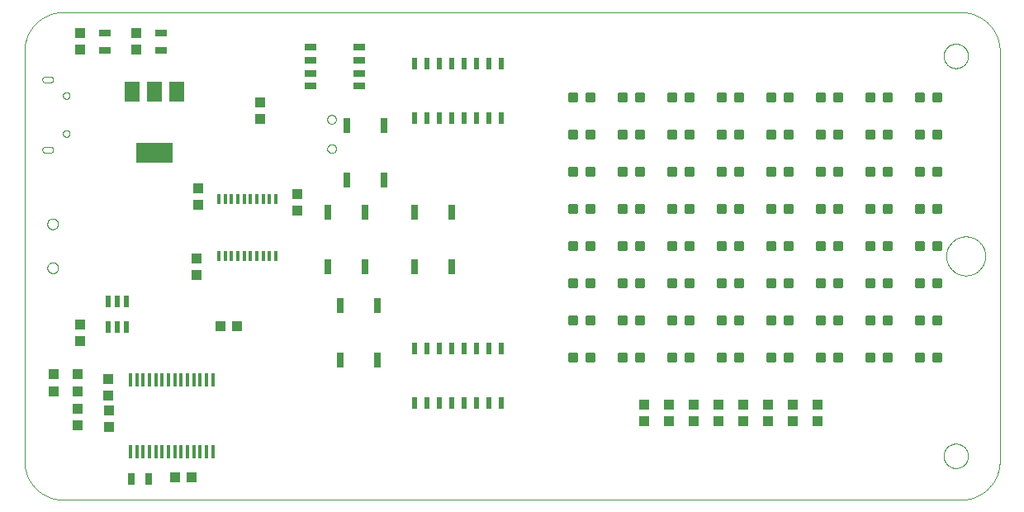
<source format=gtp>
G75*
%MOIN*%
%OFA0B0*%
%FSLAX25Y25*%
%IPPOS*%
%LPD*%
%AMOC8*
5,1,8,0,0,1.08239X$1,22.5*
%
%ADD10C,0.00000*%
%ADD11C,0.01181*%
%ADD12R,0.03937X0.04331*%
%ADD13R,0.05900X0.07900*%
%ADD14R,0.15000X0.07900*%
%ADD15R,0.04724X0.03150*%
%ADD16R,0.01200X0.03900*%
%ADD17R,0.02362X0.04724*%
%ADD18R,0.03000X0.06000*%
%ADD19R,0.02165X0.04724*%
%ADD20R,0.04331X0.03937*%
%ADD21R,0.05000X0.02500*%
%ADD22R,0.01370X0.05500*%
%ADD23R,0.03150X0.04724*%
D10*
X0059668Y0020048D02*
X0059668Y0185402D01*
X0059673Y0185783D01*
X0059686Y0186163D01*
X0059709Y0186543D01*
X0059742Y0186922D01*
X0059783Y0187300D01*
X0059833Y0187677D01*
X0059893Y0188053D01*
X0059961Y0188428D01*
X0060039Y0188800D01*
X0060126Y0189171D01*
X0060221Y0189539D01*
X0060326Y0189905D01*
X0060439Y0190268D01*
X0060561Y0190629D01*
X0060691Y0190986D01*
X0060831Y0191340D01*
X0060978Y0191691D01*
X0061135Y0192038D01*
X0061299Y0192381D01*
X0061472Y0192720D01*
X0061653Y0193055D01*
X0061842Y0193386D01*
X0062039Y0193711D01*
X0062243Y0194032D01*
X0062456Y0194348D01*
X0062676Y0194658D01*
X0062903Y0194964D01*
X0063138Y0195263D01*
X0063380Y0195557D01*
X0063628Y0195845D01*
X0063884Y0196127D01*
X0064147Y0196402D01*
X0064416Y0196671D01*
X0064691Y0196934D01*
X0064973Y0197190D01*
X0065261Y0197438D01*
X0065555Y0197680D01*
X0065854Y0197915D01*
X0066160Y0198142D01*
X0066470Y0198362D01*
X0066786Y0198575D01*
X0067107Y0198779D01*
X0067432Y0198976D01*
X0067763Y0199165D01*
X0068098Y0199346D01*
X0068437Y0199519D01*
X0068780Y0199683D01*
X0069127Y0199840D01*
X0069478Y0199987D01*
X0069832Y0200127D01*
X0070189Y0200257D01*
X0070550Y0200379D01*
X0070913Y0200492D01*
X0071279Y0200597D01*
X0071647Y0200692D01*
X0072018Y0200779D01*
X0072390Y0200857D01*
X0072765Y0200925D01*
X0073141Y0200985D01*
X0073518Y0201035D01*
X0073896Y0201076D01*
X0074275Y0201109D01*
X0074655Y0201132D01*
X0075035Y0201145D01*
X0075416Y0201150D01*
X0437620Y0201150D01*
X0438001Y0201145D01*
X0438381Y0201132D01*
X0438761Y0201109D01*
X0439140Y0201076D01*
X0439518Y0201035D01*
X0439895Y0200985D01*
X0440271Y0200925D01*
X0440646Y0200857D01*
X0441018Y0200779D01*
X0441389Y0200692D01*
X0441757Y0200597D01*
X0442123Y0200492D01*
X0442486Y0200379D01*
X0442847Y0200257D01*
X0443204Y0200127D01*
X0443558Y0199987D01*
X0443909Y0199840D01*
X0444256Y0199683D01*
X0444599Y0199519D01*
X0444938Y0199346D01*
X0445273Y0199165D01*
X0445604Y0198976D01*
X0445929Y0198779D01*
X0446250Y0198575D01*
X0446566Y0198362D01*
X0446876Y0198142D01*
X0447182Y0197915D01*
X0447481Y0197680D01*
X0447775Y0197438D01*
X0448063Y0197190D01*
X0448345Y0196934D01*
X0448620Y0196671D01*
X0448889Y0196402D01*
X0449152Y0196127D01*
X0449408Y0195845D01*
X0449656Y0195557D01*
X0449898Y0195263D01*
X0450133Y0194964D01*
X0450360Y0194658D01*
X0450580Y0194348D01*
X0450793Y0194032D01*
X0450997Y0193711D01*
X0451194Y0193386D01*
X0451383Y0193055D01*
X0451564Y0192720D01*
X0451737Y0192381D01*
X0451901Y0192038D01*
X0452058Y0191691D01*
X0452205Y0191340D01*
X0452345Y0190986D01*
X0452475Y0190629D01*
X0452597Y0190268D01*
X0452710Y0189905D01*
X0452815Y0189539D01*
X0452910Y0189171D01*
X0452997Y0188800D01*
X0453075Y0188428D01*
X0453143Y0188053D01*
X0453203Y0187677D01*
X0453253Y0187300D01*
X0453294Y0186922D01*
X0453327Y0186543D01*
X0453350Y0186163D01*
X0453363Y0185783D01*
X0453368Y0185402D01*
X0453369Y0185402D02*
X0453369Y0020048D01*
X0453368Y0020048D02*
X0453363Y0019667D01*
X0453350Y0019287D01*
X0453327Y0018907D01*
X0453294Y0018528D01*
X0453253Y0018150D01*
X0453203Y0017773D01*
X0453143Y0017397D01*
X0453075Y0017022D01*
X0452997Y0016650D01*
X0452910Y0016279D01*
X0452815Y0015911D01*
X0452710Y0015545D01*
X0452597Y0015182D01*
X0452475Y0014821D01*
X0452345Y0014464D01*
X0452205Y0014110D01*
X0452058Y0013759D01*
X0451901Y0013412D01*
X0451737Y0013069D01*
X0451564Y0012730D01*
X0451383Y0012395D01*
X0451194Y0012064D01*
X0450997Y0011739D01*
X0450793Y0011418D01*
X0450580Y0011102D01*
X0450360Y0010792D01*
X0450133Y0010486D01*
X0449898Y0010187D01*
X0449656Y0009893D01*
X0449408Y0009605D01*
X0449152Y0009323D01*
X0448889Y0009048D01*
X0448620Y0008779D01*
X0448345Y0008516D01*
X0448063Y0008260D01*
X0447775Y0008012D01*
X0447481Y0007770D01*
X0447182Y0007535D01*
X0446876Y0007308D01*
X0446566Y0007088D01*
X0446250Y0006875D01*
X0445929Y0006671D01*
X0445604Y0006474D01*
X0445273Y0006285D01*
X0444938Y0006104D01*
X0444599Y0005931D01*
X0444256Y0005767D01*
X0443909Y0005610D01*
X0443558Y0005463D01*
X0443204Y0005323D01*
X0442847Y0005193D01*
X0442486Y0005071D01*
X0442123Y0004958D01*
X0441757Y0004853D01*
X0441389Y0004758D01*
X0441018Y0004671D01*
X0440646Y0004593D01*
X0440271Y0004525D01*
X0439895Y0004465D01*
X0439518Y0004415D01*
X0439140Y0004374D01*
X0438761Y0004341D01*
X0438381Y0004318D01*
X0438001Y0004305D01*
X0437620Y0004300D01*
X0075416Y0004300D01*
X0075035Y0004305D01*
X0074655Y0004318D01*
X0074275Y0004341D01*
X0073896Y0004374D01*
X0073518Y0004415D01*
X0073141Y0004465D01*
X0072765Y0004525D01*
X0072390Y0004593D01*
X0072018Y0004671D01*
X0071647Y0004758D01*
X0071279Y0004853D01*
X0070913Y0004958D01*
X0070550Y0005071D01*
X0070189Y0005193D01*
X0069832Y0005323D01*
X0069478Y0005463D01*
X0069127Y0005610D01*
X0068780Y0005767D01*
X0068437Y0005931D01*
X0068098Y0006104D01*
X0067763Y0006285D01*
X0067432Y0006474D01*
X0067107Y0006671D01*
X0066786Y0006875D01*
X0066470Y0007088D01*
X0066160Y0007308D01*
X0065854Y0007535D01*
X0065555Y0007770D01*
X0065261Y0008012D01*
X0064973Y0008260D01*
X0064691Y0008516D01*
X0064416Y0008779D01*
X0064147Y0009048D01*
X0063884Y0009323D01*
X0063628Y0009605D01*
X0063380Y0009893D01*
X0063138Y0010187D01*
X0062903Y0010486D01*
X0062676Y0010792D01*
X0062456Y0011102D01*
X0062243Y0011418D01*
X0062039Y0011739D01*
X0061842Y0012064D01*
X0061653Y0012395D01*
X0061472Y0012730D01*
X0061299Y0013069D01*
X0061135Y0013412D01*
X0060978Y0013759D01*
X0060831Y0014110D01*
X0060691Y0014464D01*
X0060561Y0014821D01*
X0060439Y0015182D01*
X0060326Y0015545D01*
X0060221Y0015911D01*
X0060126Y0016279D01*
X0060039Y0016650D01*
X0059961Y0017022D01*
X0059893Y0017397D01*
X0059833Y0017773D01*
X0059783Y0018150D01*
X0059742Y0018528D01*
X0059709Y0018907D01*
X0059686Y0019287D01*
X0059673Y0019667D01*
X0059668Y0020048D01*
X0068920Y0097942D02*
X0068922Y0098035D01*
X0068928Y0098127D01*
X0068938Y0098219D01*
X0068952Y0098310D01*
X0068969Y0098401D01*
X0068991Y0098491D01*
X0069016Y0098580D01*
X0069045Y0098668D01*
X0069078Y0098754D01*
X0069115Y0098839D01*
X0069155Y0098923D01*
X0069199Y0099004D01*
X0069246Y0099084D01*
X0069296Y0099162D01*
X0069350Y0099237D01*
X0069407Y0099310D01*
X0069467Y0099380D01*
X0069530Y0099448D01*
X0069596Y0099513D01*
X0069664Y0099575D01*
X0069735Y0099635D01*
X0069809Y0099691D01*
X0069885Y0099744D01*
X0069963Y0099793D01*
X0070043Y0099840D01*
X0070125Y0099882D01*
X0070209Y0099922D01*
X0070294Y0099957D01*
X0070381Y0099989D01*
X0070469Y0100018D01*
X0070558Y0100042D01*
X0070648Y0100063D01*
X0070739Y0100079D01*
X0070831Y0100092D01*
X0070923Y0100101D01*
X0071016Y0100106D01*
X0071108Y0100107D01*
X0071201Y0100104D01*
X0071293Y0100097D01*
X0071385Y0100086D01*
X0071476Y0100071D01*
X0071567Y0100053D01*
X0071657Y0100030D01*
X0071745Y0100004D01*
X0071833Y0099974D01*
X0071919Y0099940D01*
X0072003Y0099903D01*
X0072086Y0099861D01*
X0072167Y0099817D01*
X0072247Y0099769D01*
X0072324Y0099718D01*
X0072398Y0099663D01*
X0072471Y0099605D01*
X0072541Y0099545D01*
X0072608Y0099481D01*
X0072672Y0099415D01*
X0072734Y0099345D01*
X0072792Y0099274D01*
X0072847Y0099200D01*
X0072899Y0099123D01*
X0072948Y0099044D01*
X0072994Y0098964D01*
X0073036Y0098881D01*
X0073074Y0098797D01*
X0073109Y0098711D01*
X0073140Y0098624D01*
X0073167Y0098536D01*
X0073190Y0098446D01*
X0073210Y0098356D01*
X0073226Y0098265D01*
X0073238Y0098173D01*
X0073246Y0098081D01*
X0073250Y0097988D01*
X0073250Y0097896D01*
X0073246Y0097803D01*
X0073238Y0097711D01*
X0073226Y0097619D01*
X0073210Y0097528D01*
X0073190Y0097438D01*
X0073167Y0097348D01*
X0073140Y0097260D01*
X0073109Y0097173D01*
X0073074Y0097087D01*
X0073036Y0097003D01*
X0072994Y0096920D01*
X0072948Y0096840D01*
X0072899Y0096761D01*
X0072847Y0096684D01*
X0072792Y0096610D01*
X0072734Y0096539D01*
X0072672Y0096469D01*
X0072608Y0096403D01*
X0072541Y0096339D01*
X0072471Y0096279D01*
X0072398Y0096221D01*
X0072324Y0096166D01*
X0072247Y0096115D01*
X0072168Y0096067D01*
X0072086Y0096023D01*
X0072003Y0095981D01*
X0071919Y0095944D01*
X0071833Y0095910D01*
X0071745Y0095880D01*
X0071657Y0095854D01*
X0071567Y0095831D01*
X0071476Y0095813D01*
X0071385Y0095798D01*
X0071293Y0095787D01*
X0071201Y0095780D01*
X0071108Y0095777D01*
X0071016Y0095778D01*
X0070923Y0095783D01*
X0070831Y0095792D01*
X0070739Y0095805D01*
X0070648Y0095821D01*
X0070558Y0095842D01*
X0070469Y0095866D01*
X0070381Y0095895D01*
X0070294Y0095927D01*
X0070209Y0095962D01*
X0070125Y0096002D01*
X0070043Y0096044D01*
X0069963Y0096091D01*
X0069885Y0096140D01*
X0069809Y0096193D01*
X0069735Y0096249D01*
X0069664Y0096309D01*
X0069596Y0096371D01*
X0069530Y0096436D01*
X0069467Y0096504D01*
X0069407Y0096574D01*
X0069350Y0096647D01*
X0069296Y0096722D01*
X0069246Y0096800D01*
X0069199Y0096880D01*
X0069155Y0096961D01*
X0069115Y0097045D01*
X0069078Y0097130D01*
X0069045Y0097216D01*
X0069016Y0097304D01*
X0068991Y0097393D01*
X0068969Y0097483D01*
X0068952Y0097574D01*
X0068938Y0097665D01*
X0068928Y0097757D01*
X0068922Y0097849D01*
X0068920Y0097942D01*
X0068920Y0115658D02*
X0068922Y0115751D01*
X0068928Y0115843D01*
X0068938Y0115935D01*
X0068952Y0116026D01*
X0068969Y0116117D01*
X0068991Y0116207D01*
X0069016Y0116296D01*
X0069045Y0116384D01*
X0069078Y0116470D01*
X0069115Y0116555D01*
X0069155Y0116639D01*
X0069199Y0116720D01*
X0069246Y0116800D01*
X0069296Y0116878D01*
X0069350Y0116953D01*
X0069407Y0117026D01*
X0069467Y0117096D01*
X0069530Y0117164D01*
X0069596Y0117229D01*
X0069664Y0117291D01*
X0069735Y0117351D01*
X0069809Y0117407D01*
X0069885Y0117460D01*
X0069963Y0117509D01*
X0070043Y0117556D01*
X0070125Y0117598D01*
X0070209Y0117638D01*
X0070294Y0117673D01*
X0070381Y0117705D01*
X0070469Y0117734D01*
X0070558Y0117758D01*
X0070648Y0117779D01*
X0070739Y0117795D01*
X0070831Y0117808D01*
X0070923Y0117817D01*
X0071016Y0117822D01*
X0071108Y0117823D01*
X0071201Y0117820D01*
X0071293Y0117813D01*
X0071385Y0117802D01*
X0071476Y0117787D01*
X0071567Y0117769D01*
X0071657Y0117746D01*
X0071745Y0117720D01*
X0071833Y0117690D01*
X0071919Y0117656D01*
X0072003Y0117619D01*
X0072086Y0117577D01*
X0072167Y0117533D01*
X0072247Y0117485D01*
X0072324Y0117434D01*
X0072398Y0117379D01*
X0072471Y0117321D01*
X0072541Y0117261D01*
X0072608Y0117197D01*
X0072672Y0117131D01*
X0072734Y0117061D01*
X0072792Y0116990D01*
X0072847Y0116916D01*
X0072899Y0116839D01*
X0072948Y0116760D01*
X0072994Y0116680D01*
X0073036Y0116597D01*
X0073074Y0116513D01*
X0073109Y0116427D01*
X0073140Y0116340D01*
X0073167Y0116252D01*
X0073190Y0116162D01*
X0073210Y0116072D01*
X0073226Y0115981D01*
X0073238Y0115889D01*
X0073246Y0115797D01*
X0073250Y0115704D01*
X0073250Y0115612D01*
X0073246Y0115519D01*
X0073238Y0115427D01*
X0073226Y0115335D01*
X0073210Y0115244D01*
X0073190Y0115154D01*
X0073167Y0115064D01*
X0073140Y0114976D01*
X0073109Y0114889D01*
X0073074Y0114803D01*
X0073036Y0114719D01*
X0072994Y0114636D01*
X0072948Y0114556D01*
X0072899Y0114477D01*
X0072847Y0114400D01*
X0072792Y0114326D01*
X0072734Y0114255D01*
X0072672Y0114185D01*
X0072608Y0114119D01*
X0072541Y0114055D01*
X0072471Y0113995D01*
X0072398Y0113937D01*
X0072324Y0113882D01*
X0072247Y0113831D01*
X0072168Y0113783D01*
X0072086Y0113739D01*
X0072003Y0113697D01*
X0071919Y0113660D01*
X0071833Y0113626D01*
X0071745Y0113596D01*
X0071657Y0113570D01*
X0071567Y0113547D01*
X0071476Y0113529D01*
X0071385Y0113514D01*
X0071293Y0113503D01*
X0071201Y0113496D01*
X0071108Y0113493D01*
X0071016Y0113494D01*
X0070923Y0113499D01*
X0070831Y0113508D01*
X0070739Y0113521D01*
X0070648Y0113537D01*
X0070558Y0113558D01*
X0070469Y0113582D01*
X0070381Y0113611D01*
X0070294Y0113643D01*
X0070209Y0113678D01*
X0070125Y0113718D01*
X0070043Y0113760D01*
X0069963Y0113807D01*
X0069885Y0113856D01*
X0069809Y0113909D01*
X0069735Y0113965D01*
X0069664Y0114025D01*
X0069596Y0114087D01*
X0069530Y0114152D01*
X0069467Y0114220D01*
X0069407Y0114290D01*
X0069350Y0114363D01*
X0069296Y0114438D01*
X0069246Y0114516D01*
X0069199Y0114596D01*
X0069155Y0114677D01*
X0069115Y0114761D01*
X0069078Y0114846D01*
X0069045Y0114932D01*
X0069016Y0115020D01*
X0068991Y0115109D01*
X0068969Y0115199D01*
X0068952Y0115290D01*
X0068938Y0115381D01*
X0068928Y0115473D01*
X0068922Y0115565D01*
X0068920Y0115658D01*
X0067935Y0144457D02*
X0070298Y0144457D01*
X0070297Y0144457D02*
X0070360Y0144465D01*
X0070422Y0144476D01*
X0070484Y0144491D01*
X0070544Y0144509D01*
X0070604Y0144531D01*
X0070662Y0144556D01*
X0070718Y0144585D01*
X0070773Y0144617D01*
X0070825Y0144652D01*
X0070876Y0144690D01*
X0070924Y0144730D01*
X0070970Y0144774D01*
X0071013Y0144820D01*
X0071054Y0144869D01*
X0071092Y0144920D01*
X0071126Y0144972D01*
X0071158Y0145027D01*
X0071186Y0145084D01*
X0071211Y0145142D01*
X0071232Y0145202D01*
X0071250Y0145262D01*
X0071264Y0145324D01*
X0071275Y0145386D01*
X0071282Y0145449D01*
X0071286Y0145512D01*
X0071285Y0145575D01*
X0071282Y0145638D01*
X0071282Y0145639D02*
X0071285Y0145702D01*
X0071286Y0145765D01*
X0071282Y0145828D01*
X0071275Y0145891D01*
X0071264Y0145953D01*
X0071250Y0146015D01*
X0071232Y0146075D01*
X0071211Y0146135D01*
X0071186Y0146193D01*
X0071158Y0146250D01*
X0071126Y0146305D01*
X0071092Y0146357D01*
X0071054Y0146408D01*
X0071013Y0146457D01*
X0070970Y0146503D01*
X0070924Y0146547D01*
X0070876Y0146587D01*
X0070825Y0146625D01*
X0070773Y0146660D01*
X0070718Y0146692D01*
X0070662Y0146721D01*
X0070604Y0146746D01*
X0070544Y0146768D01*
X0070484Y0146786D01*
X0070422Y0146801D01*
X0070360Y0146812D01*
X0070297Y0146820D01*
X0070298Y0146820D02*
X0067935Y0146820D01*
X0067936Y0146820D02*
X0067870Y0146812D01*
X0067806Y0146800D01*
X0067742Y0146784D01*
X0067679Y0146765D01*
X0067618Y0146741D01*
X0067558Y0146714D01*
X0067500Y0146684D01*
X0067444Y0146650D01*
X0067390Y0146613D01*
X0067338Y0146572D01*
X0067289Y0146528D01*
X0067242Y0146482D01*
X0067199Y0146433D01*
X0067158Y0146381D01*
X0067121Y0146327D01*
X0067087Y0146271D01*
X0067057Y0146213D01*
X0067030Y0146153D01*
X0067006Y0146092D01*
X0066987Y0146029D01*
X0066971Y0145965D01*
X0066959Y0145901D01*
X0066951Y0145835D01*
X0066947Y0145770D01*
X0066947Y0145704D01*
X0066951Y0145639D01*
X0066951Y0145638D02*
X0066947Y0145573D01*
X0066947Y0145507D01*
X0066951Y0145442D01*
X0066959Y0145376D01*
X0066971Y0145312D01*
X0066987Y0145248D01*
X0067006Y0145185D01*
X0067030Y0145124D01*
X0067057Y0145064D01*
X0067087Y0145006D01*
X0067121Y0144950D01*
X0067158Y0144896D01*
X0067199Y0144844D01*
X0067242Y0144795D01*
X0067289Y0144749D01*
X0067338Y0144705D01*
X0067390Y0144664D01*
X0067444Y0144627D01*
X0067500Y0144593D01*
X0067558Y0144563D01*
X0067618Y0144536D01*
X0067679Y0144512D01*
X0067742Y0144493D01*
X0067806Y0144477D01*
X0067870Y0144465D01*
X0067936Y0144457D01*
X0075219Y0152135D02*
X0075221Y0152209D01*
X0075227Y0152283D01*
X0075237Y0152356D01*
X0075251Y0152429D01*
X0075268Y0152501D01*
X0075290Y0152571D01*
X0075315Y0152641D01*
X0075344Y0152709D01*
X0075377Y0152775D01*
X0075413Y0152840D01*
X0075453Y0152902D01*
X0075495Y0152963D01*
X0075541Y0153021D01*
X0075590Y0153076D01*
X0075642Y0153129D01*
X0075697Y0153179D01*
X0075754Y0153225D01*
X0075814Y0153269D01*
X0075876Y0153309D01*
X0075940Y0153346D01*
X0076006Y0153380D01*
X0076074Y0153410D01*
X0076143Y0153436D01*
X0076214Y0153459D01*
X0076285Y0153477D01*
X0076358Y0153492D01*
X0076431Y0153503D01*
X0076505Y0153510D01*
X0076579Y0153513D01*
X0076652Y0153512D01*
X0076726Y0153507D01*
X0076800Y0153498D01*
X0076873Y0153485D01*
X0076945Y0153468D01*
X0077016Y0153448D01*
X0077086Y0153423D01*
X0077154Y0153395D01*
X0077221Y0153364D01*
X0077286Y0153328D01*
X0077349Y0153290D01*
X0077410Y0153248D01*
X0077469Y0153202D01*
X0077525Y0153154D01*
X0077578Y0153103D01*
X0077628Y0153049D01*
X0077676Y0152992D01*
X0077720Y0152933D01*
X0077762Y0152871D01*
X0077800Y0152808D01*
X0077834Y0152742D01*
X0077865Y0152675D01*
X0077892Y0152606D01*
X0077915Y0152536D01*
X0077935Y0152465D01*
X0077951Y0152392D01*
X0077963Y0152319D01*
X0077971Y0152246D01*
X0077975Y0152172D01*
X0077975Y0152098D01*
X0077971Y0152024D01*
X0077963Y0151951D01*
X0077951Y0151878D01*
X0077935Y0151805D01*
X0077915Y0151734D01*
X0077892Y0151664D01*
X0077865Y0151595D01*
X0077834Y0151528D01*
X0077800Y0151462D01*
X0077762Y0151399D01*
X0077720Y0151337D01*
X0077676Y0151278D01*
X0077628Y0151221D01*
X0077578Y0151167D01*
X0077525Y0151116D01*
X0077469Y0151068D01*
X0077410Y0151022D01*
X0077349Y0150980D01*
X0077286Y0150942D01*
X0077221Y0150906D01*
X0077154Y0150875D01*
X0077086Y0150847D01*
X0077016Y0150822D01*
X0076945Y0150802D01*
X0076873Y0150785D01*
X0076800Y0150772D01*
X0076726Y0150763D01*
X0076652Y0150758D01*
X0076579Y0150757D01*
X0076505Y0150760D01*
X0076431Y0150767D01*
X0076358Y0150778D01*
X0076285Y0150793D01*
X0076214Y0150811D01*
X0076143Y0150834D01*
X0076074Y0150860D01*
X0076006Y0150890D01*
X0075940Y0150924D01*
X0075876Y0150961D01*
X0075814Y0151001D01*
X0075754Y0151045D01*
X0075697Y0151091D01*
X0075642Y0151141D01*
X0075590Y0151194D01*
X0075541Y0151249D01*
X0075495Y0151307D01*
X0075453Y0151368D01*
X0075413Y0151430D01*
X0075377Y0151495D01*
X0075344Y0151561D01*
X0075315Y0151629D01*
X0075290Y0151699D01*
X0075268Y0151769D01*
X0075251Y0151841D01*
X0075237Y0151914D01*
X0075227Y0151987D01*
X0075221Y0152061D01*
X0075219Y0152135D01*
X0075219Y0167489D02*
X0075221Y0167563D01*
X0075227Y0167637D01*
X0075237Y0167710D01*
X0075251Y0167783D01*
X0075268Y0167855D01*
X0075290Y0167925D01*
X0075315Y0167995D01*
X0075344Y0168063D01*
X0075377Y0168129D01*
X0075413Y0168194D01*
X0075453Y0168256D01*
X0075495Y0168317D01*
X0075541Y0168375D01*
X0075590Y0168430D01*
X0075642Y0168483D01*
X0075697Y0168533D01*
X0075754Y0168579D01*
X0075814Y0168623D01*
X0075876Y0168663D01*
X0075940Y0168700D01*
X0076006Y0168734D01*
X0076074Y0168764D01*
X0076143Y0168790D01*
X0076214Y0168813D01*
X0076285Y0168831D01*
X0076358Y0168846D01*
X0076431Y0168857D01*
X0076505Y0168864D01*
X0076579Y0168867D01*
X0076652Y0168866D01*
X0076726Y0168861D01*
X0076800Y0168852D01*
X0076873Y0168839D01*
X0076945Y0168822D01*
X0077016Y0168802D01*
X0077086Y0168777D01*
X0077154Y0168749D01*
X0077221Y0168718D01*
X0077286Y0168682D01*
X0077349Y0168644D01*
X0077410Y0168602D01*
X0077469Y0168556D01*
X0077525Y0168508D01*
X0077578Y0168457D01*
X0077628Y0168403D01*
X0077676Y0168346D01*
X0077720Y0168287D01*
X0077762Y0168225D01*
X0077800Y0168162D01*
X0077834Y0168096D01*
X0077865Y0168029D01*
X0077892Y0167960D01*
X0077915Y0167890D01*
X0077935Y0167819D01*
X0077951Y0167746D01*
X0077963Y0167673D01*
X0077971Y0167600D01*
X0077975Y0167526D01*
X0077975Y0167452D01*
X0077971Y0167378D01*
X0077963Y0167305D01*
X0077951Y0167232D01*
X0077935Y0167159D01*
X0077915Y0167088D01*
X0077892Y0167018D01*
X0077865Y0166949D01*
X0077834Y0166882D01*
X0077800Y0166816D01*
X0077762Y0166753D01*
X0077720Y0166691D01*
X0077676Y0166632D01*
X0077628Y0166575D01*
X0077578Y0166521D01*
X0077525Y0166470D01*
X0077469Y0166422D01*
X0077410Y0166376D01*
X0077349Y0166334D01*
X0077286Y0166296D01*
X0077221Y0166260D01*
X0077154Y0166229D01*
X0077086Y0166201D01*
X0077016Y0166176D01*
X0076945Y0166156D01*
X0076873Y0166139D01*
X0076800Y0166126D01*
X0076726Y0166117D01*
X0076652Y0166112D01*
X0076579Y0166111D01*
X0076505Y0166114D01*
X0076431Y0166121D01*
X0076358Y0166132D01*
X0076285Y0166147D01*
X0076214Y0166165D01*
X0076143Y0166188D01*
X0076074Y0166214D01*
X0076006Y0166244D01*
X0075940Y0166278D01*
X0075876Y0166315D01*
X0075814Y0166355D01*
X0075754Y0166399D01*
X0075697Y0166445D01*
X0075642Y0166495D01*
X0075590Y0166548D01*
X0075541Y0166603D01*
X0075495Y0166661D01*
X0075453Y0166722D01*
X0075413Y0166784D01*
X0075377Y0166849D01*
X0075344Y0166915D01*
X0075315Y0166983D01*
X0075290Y0167053D01*
X0075268Y0167123D01*
X0075251Y0167195D01*
X0075237Y0167268D01*
X0075227Y0167341D01*
X0075221Y0167415D01*
X0075219Y0167489D01*
X0070298Y0172804D02*
X0067935Y0172804D01*
X0067936Y0172804D02*
X0067870Y0172812D01*
X0067806Y0172824D01*
X0067742Y0172840D01*
X0067679Y0172859D01*
X0067618Y0172883D01*
X0067558Y0172910D01*
X0067500Y0172940D01*
X0067444Y0172974D01*
X0067390Y0173011D01*
X0067338Y0173052D01*
X0067289Y0173096D01*
X0067242Y0173142D01*
X0067199Y0173191D01*
X0067158Y0173243D01*
X0067121Y0173297D01*
X0067087Y0173353D01*
X0067057Y0173411D01*
X0067030Y0173471D01*
X0067006Y0173532D01*
X0066987Y0173595D01*
X0066971Y0173659D01*
X0066959Y0173723D01*
X0066951Y0173789D01*
X0066947Y0173854D01*
X0066947Y0173920D01*
X0066951Y0173985D01*
X0066947Y0174050D01*
X0066947Y0174116D01*
X0066951Y0174181D01*
X0066959Y0174247D01*
X0066971Y0174311D01*
X0066987Y0174375D01*
X0067006Y0174438D01*
X0067030Y0174499D01*
X0067057Y0174559D01*
X0067087Y0174617D01*
X0067121Y0174673D01*
X0067158Y0174727D01*
X0067199Y0174779D01*
X0067242Y0174828D01*
X0067289Y0174874D01*
X0067338Y0174918D01*
X0067390Y0174959D01*
X0067444Y0174996D01*
X0067500Y0175030D01*
X0067558Y0175060D01*
X0067618Y0175087D01*
X0067679Y0175111D01*
X0067742Y0175130D01*
X0067806Y0175146D01*
X0067870Y0175158D01*
X0067936Y0175166D01*
X0067935Y0175166D02*
X0070298Y0175166D01*
X0070297Y0175166D02*
X0070360Y0175158D01*
X0070422Y0175147D01*
X0070484Y0175132D01*
X0070544Y0175114D01*
X0070604Y0175092D01*
X0070662Y0175067D01*
X0070718Y0175038D01*
X0070773Y0175006D01*
X0070825Y0174971D01*
X0070876Y0174933D01*
X0070924Y0174893D01*
X0070970Y0174849D01*
X0071013Y0174803D01*
X0071054Y0174754D01*
X0071092Y0174703D01*
X0071126Y0174651D01*
X0071158Y0174596D01*
X0071186Y0174539D01*
X0071211Y0174481D01*
X0071232Y0174421D01*
X0071250Y0174361D01*
X0071264Y0174299D01*
X0071275Y0174237D01*
X0071282Y0174174D01*
X0071286Y0174111D01*
X0071285Y0174048D01*
X0071282Y0173985D01*
X0071285Y0173922D01*
X0071286Y0173859D01*
X0071282Y0173796D01*
X0071275Y0173733D01*
X0071264Y0173671D01*
X0071250Y0173609D01*
X0071232Y0173549D01*
X0071211Y0173489D01*
X0071186Y0173431D01*
X0071158Y0173374D01*
X0071126Y0173319D01*
X0071092Y0173267D01*
X0071054Y0173216D01*
X0071013Y0173167D01*
X0070970Y0173121D01*
X0070924Y0173077D01*
X0070876Y0173037D01*
X0070825Y0172999D01*
X0070773Y0172964D01*
X0070718Y0172932D01*
X0070662Y0172903D01*
X0070604Y0172878D01*
X0070544Y0172856D01*
X0070484Y0172838D01*
X0070422Y0172823D01*
X0070360Y0172812D01*
X0070297Y0172804D01*
X0181911Y0157843D02*
X0181913Y0157927D01*
X0181919Y0158010D01*
X0181929Y0158093D01*
X0181943Y0158176D01*
X0181960Y0158258D01*
X0181982Y0158339D01*
X0182007Y0158418D01*
X0182036Y0158497D01*
X0182069Y0158574D01*
X0182105Y0158649D01*
X0182145Y0158723D01*
X0182188Y0158795D01*
X0182235Y0158864D01*
X0182285Y0158931D01*
X0182338Y0158996D01*
X0182394Y0159058D01*
X0182452Y0159118D01*
X0182514Y0159175D01*
X0182578Y0159228D01*
X0182645Y0159279D01*
X0182714Y0159326D01*
X0182785Y0159371D01*
X0182858Y0159411D01*
X0182933Y0159448D01*
X0183010Y0159482D01*
X0183088Y0159512D01*
X0183167Y0159538D01*
X0183248Y0159561D01*
X0183330Y0159579D01*
X0183412Y0159594D01*
X0183495Y0159605D01*
X0183578Y0159612D01*
X0183662Y0159615D01*
X0183746Y0159614D01*
X0183829Y0159609D01*
X0183913Y0159600D01*
X0183995Y0159587D01*
X0184077Y0159571D01*
X0184158Y0159550D01*
X0184239Y0159526D01*
X0184317Y0159498D01*
X0184395Y0159466D01*
X0184471Y0159430D01*
X0184545Y0159391D01*
X0184617Y0159349D01*
X0184687Y0159303D01*
X0184755Y0159254D01*
X0184820Y0159202D01*
X0184883Y0159147D01*
X0184943Y0159089D01*
X0185001Y0159028D01*
X0185055Y0158964D01*
X0185107Y0158898D01*
X0185155Y0158830D01*
X0185200Y0158759D01*
X0185241Y0158686D01*
X0185280Y0158612D01*
X0185314Y0158536D01*
X0185345Y0158458D01*
X0185372Y0158379D01*
X0185396Y0158298D01*
X0185415Y0158217D01*
X0185431Y0158135D01*
X0185443Y0158052D01*
X0185451Y0157968D01*
X0185455Y0157885D01*
X0185455Y0157801D01*
X0185451Y0157718D01*
X0185443Y0157634D01*
X0185431Y0157551D01*
X0185415Y0157469D01*
X0185396Y0157388D01*
X0185372Y0157307D01*
X0185345Y0157228D01*
X0185314Y0157150D01*
X0185280Y0157074D01*
X0185241Y0157000D01*
X0185200Y0156927D01*
X0185155Y0156856D01*
X0185107Y0156788D01*
X0185055Y0156722D01*
X0185001Y0156658D01*
X0184943Y0156597D01*
X0184883Y0156539D01*
X0184820Y0156484D01*
X0184755Y0156432D01*
X0184687Y0156383D01*
X0184617Y0156337D01*
X0184545Y0156295D01*
X0184471Y0156256D01*
X0184395Y0156220D01*
X0184317Y0156188D01*
X0184239Y0156160D01*
X0184158Y0156136D01*
X0184077Y0156115D01*
X0183995Y0156099D01*
X0183913Y0156086D01*
X0183829Y0156077D01*
X0183746Y0156072D01*
X0183662Y0156071D01*
X0183578Y0156074D01*
X0183495Y0156081D01*
X0183412Y0156092D01*
X0183330Y0156107D01*
X0183248Y0156125D01*
X0183167Y0156148D01*
X0183088Y0156174D01*
X0183010Y0156204D01*
X0182933Y0156238D01*
X0182858Y0156275D01*
X0182785Y0156315D01*
X0182714Y0156360D01*
X0182645Y0156407D01*
X0182578Y0156458D01*
X0182514Y0156511D01*
X0182452Y0156568D01*
X0182394Y0156628D01*
X0182338Y0156690D01*
X0182285Y0156755D01*
X0182235Y0156822D01*
X0182188Y0156891D01*
X0182145Y0156963D01*
X0182105Y0157037D01*
X0182069Y0157112D01*
X0182036Y0157189D01*
X0182007Y0157268D01*
X0181982Y0157347D01*
X0181960Y0157428D01*
X0181943Y0157510D01*
X0181929Y0157593D01*
X0181919Y0157676D01*
X0181913Y0157759D01*
X0181911Y0157843D01*
X0181911Y0146032D02*
X0181913Y0146116D01*
X0181919Y0146199D01*
X0181929Y0146282D01*
X0181943Y0146365D01*
X0181960Y0146447D01*
X0181982Y0146528D01*
X0182007Y0146607D01*
X0182036Y0146686D01*
X0182069Y0146763D01*
X0182105Y0146838D01*
X0182145Y0146912D01*
X0182188Y0146984D01*
X0182235Y0147053D01*
X0182285Y0147120D01*
X0182338Y0147185D01*
X0182394Y0147247D01*
X0182452Y0147307D01*
X0182514Y0147364D01*
X0182578Y0147417D01*
X0182645Y0147468D01*
X0182714Y0147515D01*
X0182785Y0147560D01*
X0182858Y0147600D01*
X0182933Y0147637D01*
X0183010Y0147671D01*
X0183088Y0147701D01*
X0183167Y0147727D01*
X0183248Y0147750D01*
X0183330Y0147768D01*
X0183412Y0147783D01*
X0183495Y0147794D01*
X0183578Y0147801D01*
X0183662Y0147804D01*
X0183746Y0147803D01*
X0183829Y0147798D01*
X0183913Y0147789D01*
X0183995Y0147776D01*
X0184077Y0147760D01*
X0184158Y0147739D01*
X0184239Y0147715D01*
X0184317Y0147687D01*
X0184395Y0147655D01*
X0184471Y0147619D01*
X0184545Y0147580D01*
X0184617Y0147538D01*
X0184687Y0147492D01*
X0184755Y0147443D01*
X0184820Y0147391D01*
X0184883Y0147336D01*
X0184943Y0147278D01*
X0185001Y0147217D01*
X0185055Y0147153D01*
X0185107Y0147087D01*
X0185155Y0147019D01*
X0185200Y0146948D01*
X0185241Y0146875D01*
X0185280Y0146801D01*
X0185314Y0146725D01*
X0185345Y0146647D01*
X0185372Y0146568D01*
X0185396Y0146487D01*
X0185415Y0146406D01*
X0185431Y0146324D01*
X0185443Y0146241D01*
X0185451Y0146157D01*
X0185455Y0146074D01*
X0185455Y0145990D01*
X0185451Y0145907D01*
X0185443Y0145823D01*
X0185431Y0145740D01*
X0185415Y0145658D01*
X0185396Y0145577D01*
X0185372Y0145496D01*
X0185345Y0145417D01*
X0185314Y0145339D01*
X0185280Y0145263D01*
X0185241Y0145189D01*
X0185200Y0145116D01*
X0185155Y0145045D01*
X0185107Y0144977D01*
X0185055Y0144911D01*
X0185001Y0144847D01*
X0184943Y0144786D01*
X0184883Y0144728D01*
X0184820Y0144673D01*
X0184755Y0144621D01*
X0184687Y0144572D01*
X0184617Y0144526D01*
X0184545Y0144484D01*
X0184471Y0144445D01*
X0184395Y0144409D01*
X0184317Y0144377D01*
X0184239Y0144349D01*
X0184158Y0144325D01*
X0184077Y0144304D01*
X0183995Y0144288D01*
X0183913Y0144275D01*
X0183829Y0144266D01*
X0183746Y0144261D01*
X0183662Y0144260D01*
X0183578Y0144263D01*
X0183495Y0144270D01*
X0183412Y0144281D01*
X0183330Y0144296D01*
X0183248Y0144314D01*
X0183167Y0144337D01*
X0183088Y0144363D01*
X0183010Y0144393D01*
X0182933Y0144427D01*
X0182858Y0144464D01*
X0182785Y0144504D01*
X0182714Y0144549D01*
X0182645Y0144596D01*
X0182578Y0144647D01*
X0182514Y0144700D01*
X0182452Y0144757D01*
X0182394Y0144817D01*
X0182338Y0144879D01*
X0182285Y0144944D01*
X0182235Y0145011D01*
X0182188Y0145080D01*
X0182145Y0145152D01*
X0182105Y0145226D01*
X0182069Y0145301D01*
X0182036Y0145378D01*
X0182007Y0145457D01*
X0181982Y0145536D01*
X0181960Y0145617D01*
X0181943Y0145699D01*
X0181929Y0145782D01*
X0181919Y0145865D01*
X0181913Y0145948D01*
X0181911Y0146032D01*
X0430731Y0183434D02*
X0430733Y0183574D01*
X0430739Y0183714D01*
X0430749Y0183853D01*
X0430763Y0183992D01*
X0430781Y0184131D01*
X0430802Y0184269D01*
X0430828Y0184407D01*
X0430858Y0184544D01*
X0430891Y0184679D01*
X0430929Y0184814D01*
X0430970Y0184948D01*
X0431015Y0185081D01*
X0431063Y0185212D01*
X0431116Y0185341D01*
X0431172Y0185470D01*
X0431231Y0185596D01*
X0431295Y0185721D01*
X0431361Y0185844D01*
X0431432Y0185965D01*
X0431505Y0186084D01*
X0431582Y0186201D01*
X0431663Y0186315D01*
X0431746Y0186427D01*
X0431833Y0186537D01*
X0431923Y0186645D01*
X0432015Y0186749D01*
X0432111Y0186851D01*
X0432210Y0186951D01*
X0432311Y0187047D01*
X0432415Y0187141D01*
X0432522Y0187231D01*
X0432631Y0187318D01*
X0432743Y0187403D01*
X0432857Y0187484D01*
X0432973Y0187562D01*
X0433091Y0187636D01*
X0433212Y0187707D01*
X0433334Y0187775D01*
X0433459Y0187839D01*
X0433585Y0187900D01*
X0433712Y0187957D01*
X0433842Y0188010D01*
X0433973Y0188060D01*
X0434105Y0188105D01*
X0434238Y0188148D01*
X0434373Y0188186D01*
X0434508Y0188220D01*
X0434645Y0188251D01*
X0434782Y0188278D01*
X0434920Y0188300D01*
X0435059Y0188319D01*
X0435198Y0188334D01*
X0435337Y0188345D01*
X0435477Y0188352D01*
X0435617Y0188355D01*
X0435757Y0188354D01*
X0435897Y0188349D01*
X0436036Y0188340D01*
X0436176Y0188327D01*
X0436315Y0188310D01*
X0436453Y0188289D01*
X0436591Y0188265D01*
X0436728Y0188236D01*
X0436864Y0188204D01*
X0436999Y0188167D01*
X0437133Y0188127D01*
X0437266Y0188083D01*
X0437397Y0188035D01*
X0437527Y0187984D01*
X0437656Y0187929D01*
X0437783Y0187870D01*
X0437908Y0187807D01*
X0438031Y0187742D01*
X0438153Y0187672D01*
X0438272Y0187599D01*
X0438390Y0187523D01*
X0438505Y0187444D01*
X0438618Y0187361D01*
X0438728Y0187275D01*
X0438836Y0187186D01*
X0438941Y0187094D01*
X0439044Y0186999D01*
X0439144Y0186901D01*
X0439241Y0186801D01*
X0439335Y0186697D01*
X0439427Y0186591D01*
X0439515Y0186483D01*
X0439600Y0186372D01*
X0439682Y0186258D01*
X0439761Y0186142D01*
X0439836Y0186025D01*
X0439908Y0185905D01*
X0439976Y0185783D01*
X0440041Y0185659D01*
X0440103Y0185533D01*
X0440161Y0185406D01*
X0440215Y0185277D01*
X0440266Y0185146D01*
X0440312Y0185014D01*
X0440355Y0184881D01*
X0440395Y0184747D01*
X0440430Y0184612D01*
X0440462Y0184475D01*
X0440489Y0184338D01*
X0440513Y0184200D01*
X0440533Y0184062D01*
X0440549Y0183923D01*
X0440561Y0183783D01*
X0440569Y0183644D01*
X0440573Y0183504D01*
X0440573Y0183364D01*
X0440569Y0183224D01*
X0440561Y0183085D01*
X0440549Y0182945D01*
X0440533Y0182806D01*
X0440513Y0182668D01*
X0440489Y0182530D01*
X0440462Y0182393D01*
X0440430Y0182256D01*
X0440395Y0182121D01*
X0440355Y0181987D01*
X0440312Y0181854D01*
X0440266Y0181722D01*
X0440215Y0181591D01*
X0440161Y0181462D01*
X0440103Y0181335D01*
X0440041Y0181209D01*
X0439976Y0181085D01*
X0439908Y0180963D01*
X0439836Y0180843D01*
X0439761Y0180726D01*
X0439682Y0180610D01*
X0439600Y0180496D01*
X0439515Y0180385D01*
X0439427Y0180277D01*
X0439335Y0180171D01*
X0439241Y0180067D01*
X0439144Y0179967D01*
X0439044Y0179869D01*
X0438941Y0179774D01*
X0438836Y0179682D01*
X0438728Y0179593D01*
X0438618Y0179507D01*
X0438505Y0179424D01*
X0438390Y0179345D01*
X0438272Y0179269D01*
X0438153Y0179196D01*
X0438031Y0179126D01*
X0437908Y0179061D01*
X0437783Y0178998D01*
X0437656Y0178939D01*
X0437527Y0178884D01*
X0437397Y0178833D01*
X0437266Y0178785D01*
X0437133Y0178741D01*
X0436999Y0178701D01*
X0436864Y0178664D01*
X0436728Y0178632D01*
X0436591Y0178603D01*
X0436453Y0178579D01*
X0436315Y0178558D01*
X0436176Y0178541D01*
X0436036Y0178528D01*
X0435897Y0178519D01*
X0435757Y0178514D01*
X0435617Y0178513D01*
X0435477Y0178516D01*
X0435337Y0178523D01*
X0435198Y0178534D01*
X0435059Y0178549D01*
X0434920Y0178568D01*
X0434782Y0178590D01*
X0434645Y0178617D01*
X0434508Y0178648D01*
X0434373Y0178682D01*
X0434238Y0178720D01*
X0434105Y0178763D01*
X0433973Y0178808D01*
X0433842Y0178858D01*
X0433712Y0178911D01*
X0433585Y0178968D01*
X0433459Y0179029D01*
X0433334Y0179093D01*
X0433212Y0179161D01*
X0433091Y0179232D01*
X0432973Y0179306D01*
X0432857Y0179384D01*
X0432743Y0179465D01*
X0432631Y0179550D01*
X0432522Y0179637D01*
X0432415Y0179727D01*
X0432311Y0179821D01*
X0432210Y0179917D01*
X0432111Y0180017D01*
X0432015Y0180119D01*
X0431923Y0180223D01*
X0431833Y0180331D01*
X0431746Y0180441D01*
X0431663Y0180553D01*
X0431582Y0180667D01*
X0431505Y0180784D01*
X0431432Y0180903D01*
X0431361Y0181024D01*
X0431295Y0181147D01*
X0431231Y0181272D01*
X0431172Y0181398D01*
X0431116Y0181527D01*
X0431063Y0181656D01*
X0431015Y0181787D01*
X0430970Y0181920D01*
X0430929Y0182054D01*
X0430891Y0182189D01*
X0430858Y0182324D01*
X0430828Y0182461D01*
X0430802Y0182599D01*
X0430781Y0182737D01*
X0430763Y0182876D01*
X0430749Y0183015D01*
X0430739Y0183154D01*
X0430733Y0183294D01*
X0430731Y0183434D01*
X0431794Y0102725D02*
X0431796Y0102918D01*
X0431803Y0103111D01*
X0431815Y0103304D01*
X0431832Y0103497D01*
X0431853Y0103689D01*
X0431879Y0103880D01*
X0431910Y0104071D01*
X0431945Y0104261D01*
X0431985Y0104450D01*
X0432030Y0104638D01*
X0432079Y0104825D01*
X0432133Y0105011D01*
X0432191Y0105195D01*
X0432254Y0105378D01*
X0432322Y0105559D01*
X0432393Y0105738D01*
X0432470Y0105916D01*
X0432550Y0106092D01*
X0432635Y0106265D01*
X0432724Y0106437D01*
X0432817Y0106606D01*
X0432914Y0106773D01*
X0433016Y0106938D01*
X0433121Y0107100D01*
X0433230Y0107259D01*
X0433344Y0107416D01*
X0433461Y0107569D01*
X0433581Y0107720D01*
X0433706Y0107868D01*
X0433834Y0108013D01*
X0433965Y0108154D01*
X0434100Y0108293D01*
X0434239Y0108428D01*
X0434380Y0108559D01*
X0434525Y0108687D01*
X0434673Y0108812D01*
X0434824Y0108932D01*
X0434977Y0109049D01*
X0435134Y0109163D01*
X0435293Y0109272D01*
X0435455Y0109377D01*
X0435620Y0109479D01*
X0435787Y0109576D01*
X0435956Y0109669D01*
X0436128Y0109758D01*
X0436301Y0109843D01*
X0436477Y0109923D01*
X0436655Y0110000D01*
X0436834Y0110071D01*
X0437015Y0110139D01*
X0437198Y0110202D01*
X0437382Y0110260D01*
X0437568Y0110314D01*
X0437755Y0110363D01*
X0437943Y0110408D01*
X0438132Y0110448D01*
X0438322Y0110483D01*
X0438513Y0110514D01*
X0438704Y0110540D01*
X0438896Y0110561D01*
X0439089Y0110578D01*
X0439282Y0110590D01*
X0439475Y0110597D01*
X0439668Y0110599D01*
X0439861Y0110597D01*
X0440054Y0110590D01*
X0440247Y0110578D01*
X0440440Y0110561D01*
X0440632Y0110540D01*
X0440823Y0110514D01*
X0441014Y0110483D01*
X0441204Y0110448D01*
X0441393Y0110408D01*
X0441581Y0110363D01*
X0441768Y0110314D01*
X0441954Y0110260D01*
X0442138Y0110202D01*
X0442321Y0110139D01*
X0442502Y0110071D01*
X0442681Y0110000D01*
X0442859Y0109923D01*
X0443035Y0109843D01*
X0443208Y0109758D01*
X0443380Y0109669D01*
X0443549Y0109576D01*
X0443716Y0109479D01*
X0443881Y0109377D01*
X0444043Y0109272D01*
X0444202Y0109163D01*
X0444359Y0109049D01*
X0444512Y0108932D01*
X0444663Y0108812D01*
X0444811Y0108687D01*
X0444956Y0108559D01*
X0445097Y0108428D01*
X0445236Y0108293D01*
X0445371Y0108154D01*
X0445502Y0108013D01*
X0445630Y0107868D01*
X0445755Y0107720D01*
X0445875Y0107569D01*
X0445992Y0107416D01*
X0446106Y0107259D01*
X0446215Y0107100D01*
X0446320Y0106938D01*
X0446422Y0106773D01*
X0446519Y0106606D01*
X0446612Y0106437D01*
X0446701Y0106265D01*
X0446786Y0106092D01*
X0446866Y0105916D01*
X0446943Y0105738D01*
X0447014Y0105559D01*
X0447082Y0105378D01*
X0447145Y0105195D01*
X0447203Y0105011D01*
X0447257Y0104825D01*
X0447306Y0104638D01*
X0447351Y0104450D01*
X0447391Y0104261D01*
X0447426Y0104071D01*
X0447457Y0103880D01*
X0447483Y0103689D01*
X0447504Y0103497D01*
X0447521Y0103304D01*
X0447533Y0103111D01*
X0447540Y0102918D01*
X0447542Y0102725D01*
X0447540Y0102532D01*
X0447533Y0102339D01*
X0447521Y0102146D01*
X0447504Y0101953D01*
X0447483Y0101761D01*
X0447457Y0101570D01*
X0447426Y0101379D01*
X0447391Y0101189D01*
X0447351Y0101000D01*
X0447306Y0100812D01*
X0447257Y0100625D01*
X0447203Y0100439D01*
X0447145Y0100255D01*
X0447082Y0100072D01*
X0447014Y0099891D01*
X0446943Y0099712D01*
X0446866Y0099534D01*
X0446786Y0099358D01*
X0446701Y0099185D01*
X0446612Y0099013D01*
X0446519Y0098844D01*
X0446422Y0098677D01*
X0446320Y0098512D01*
X0446215Y0098350D01*
X0446106Y0098191D01*
X0445992Y0098034D01*
X0445875Y0097881D01*
X0445755Y0097730D01*
X0445630Y0097582D01*
X0445502Y0097437D01*
X0445371Y0097296D01*
X0445236Y0097157D01*
X0445097Y0097022D01*
X0444956Y0096891D01*
X0444811Y0096763D01*
X0444663Y0096638D01*
X0444512Y0096518D01*
X0444359Y0096401D01*
X0444202Y0096287D01*
X0444043Y0096178D01*
X0443881Y0096073D01*
X0443716Y0095971D01*
X0443549Y0095874D01*
X0443380Y0095781D01*
X0443208Y0095692D01*
X0443035Y0095607D01*
X0442859Y0095527D01*
X0442681Y0095450D01*
X0442502Y0095379D01*
X0442321Y0095311D01*
X0442138Y0095248D01*
X0441954Y0095190D01*
X0441768Y0095136D01*
X0441581Y0095087D01*
X0441393Y0095042D01*
X0441204Y0095002D01*
X0441014Y0094967D01*
X0440823Y0094936D01*
X0440632Y0094910D01*
X0440440Y0094889D01*
X0440247Y0094872D01*
X0440054Y0094860D01*
X0439861Y0094853D01*
X0439668Y0094851D01*
X0439475Y0094853D01*
X0439282Y0094860D01*
X0439089Y0094872D01*
X0438896Y0094889D01*
X0438704Y0094910D01*
X0438513Y0094936D01*
X0438322Y0094967D01*
X0438132Y0095002D01*
X0437943Y0095042D01*
X0437755Y0095087D01*
X0437568Y0095136D01*
X0437382Y0095190D01*
X0437198Y0095248D01*
X0437015Y0095311D01*
X0436834Y0095379D01*
X0436655Y0095450D01*
X0436477Y0095527D01*
X0436301Y0095607D01*
X0436128Y0095692D01*
X0435956Y0095781D01*
X0435787Y0095874D01*
X0435620Y0095971D01*
X0435455Y0096073D01*
X0435293Y0096178D01*
X0435134Y0096287D01*
X0434977Y0096401D01*
X0434824Y0096518D01*
X0434673Y0096638D01*
X0434525Y0096763D01*
X0434380Y0096891D01*
X0434239Y0097022D01*
X0434100Y0097157D01*
X0433965Y0097296D01*
X0433834Y0097437D01*
X0433706Y0097582D01*
X0433581Y0097730D01*
X0433461Y0097881D01*
X0433344Y0098034D01*
X0433230Y0098191D01*
X0433121Y0098350D01*
X0433016Y0098512D01*
X0432914Y0098677D01*
X0432817Y0098844D01*
X0432724Y0099013D01*
X0432635Y0099185D01*
X0432550Y0099358D01*
X0432470Y0099534D01*
X0432393Y0099712D01*
X0432322Y0099891D01*
X0432254Y0100072D01*
X0432191Y0100255D01*
X0432133Y0100439D01*
X0432079Y0100625D01*
X0432030Y0100812D01*
X0431985Y0101000D01*
X0431945Y0101189D01*
X0431910Y0101379D01*
X0431879Y0101570D01*
X0431853Y0101761D01*
X0431832Y0101953D01*
X0431815Y0102146D01*
X0431803Y0102339D01*
X0431796Y0102532D01*
X0431794Y0102725D01*
X0430731Y0022017D02*
X0430733Y0022157D01*
X0430739Y0022297D01*
X0430749Y0022436D01*
X0430763Y0022575D01*
X0430781Y0022714D01*
X0430802Y0022852D01*
X0430828Y0022990D01*
X0430858Y0023127D01*
X0430891Y0023262D01*
X0430929Y0023397D01*
X0430970Y0023531D01*
X0431015Y0023664D01*
X0431063Y0023795D01*
X0431116Y0023924D01*
X0431172Y0024053D01*
X0431231Y0024179D01*
X0431295Y0024304D01*
X0431361Y0024427D01*
X0431432Y0024548D01*
X0431505Y0024667D01*
X0431582Y0024784D01*
X0431663Y0024898D01*
X0431746Y0025010D01*
X0431833Y0025120D01*
X0431923Y0025228D01*
X0432015Y0025332D01*
X0432111Y0025434D01*
X0432210Y0025534D01*
X0432311Y0025630D01*
X0432415Y0025724D01*
X0432522Y0025814D01*
X0432631Y0025901D01*
X0432743Y0025986D01*
X0432857Y0026067D01*
X0432973Y0026145D01*
X0433091Y0026219D01*
X0433212Y0026290D01*
X0433334Y0026358D01*
X0433459Y0026422D01*
X0433585Y0026483D01*
X0433712Y0026540D01*
X0433842Y0026593D01*
X0433973Y0026643D01*
X0434105Y0026688D01*
X0434238Y0026731D01*
X0434373Y0026769D01*
X0434508Y0026803D01*
X0434645Y0026834D01*
X0434782Y0026861D01*
X0434920Y0026883D01*
X0435059Y0026902D01*
X0435198Y0026917D01*
X0435337Y0026928D01*
X0435477Y0026935D01*
X0435617Y0026938D01*
X0435757Y0026937D01*
X0435897Y0026932D01*
X0436036Y0026923D01*
X0436176Y0026910D01*
X0436315Y0026893D01*
X0436453Y0026872D01*
X0436591Y0026848D01*
X0436728Y0026819D01*
X0436864Y0026787D01*
X0436999Y0026750D01*
X0437133Y0026710D01*
X0437266Y0026666D01*
X0437397Y0026618D01*
X0437527Y0026567D01*
X0437656Y0026512D01*
X0437783Y0026453D01*
X0437908Y0026390D01*
X0438031Y0026325D01*
X0438153Y0026255D01*
X0438272Y0026182D01*
X0438390Y0026106D01*
X0438505Y0026027D01*
X0438618Y0025944D01*
X0438728Y0025858D01*
X0438836Y0025769D01*
X0438941Y0025677D01*
X0439044Y0025582D01*
X0439144Y0025484D01*
X0439241Y0025384D01*
X0439335Y0025280D01*
X0439427Y0025174D01*
X0439515Y0025066D01*
X0439600Y0024955D01*
X0439682Y0024841D01*
X0439761Y0024725D01*
X0439836Y0024608D01*
X0439908Y0024488D01*
X0439976Y0024366D01*
X0440041Y0024242D01*
X0440103Y0024116D01*
X0440161Y0023989D01*
X0440215Y0023860D01*
X0440266Y0023729D01*
X0440312Y0023597D01*
X0440355Y0023464D01*
X0440395Y0023330D01*
X0440430Y0023195D01*
X0440462Y0023058D01*
X0440489Y0022921D01*
X0440513Y0022783D01*
X0440533Y0022645D01*
X0440549Y0022506D01*
X0440561Y0022366D01*
X0440569Y0022227D01*
X0440573Y0022087D01*
X0440573Y0021947D01*
X0440569Y0021807D01*
X0440561Y0021668D01*
X0440549Y0021528D01*
X0440533Y0021389D01*
X0440513Y0021251D01*
X0440489Y0021113D01*
X0440462Y0020976D01*
X0440430Y0020839D01*
X0440395Y0020704D01*
X0440355Y0020570D01*
X0440312Y0020437D01*
X0440266Y0020305D01*
X0440215Y0020174D01*
X0440161Y0020045D01*
X0440103Y0019918D01*
X0440041Y0019792D01*
X0439976Y0019668D01*
X0439908Y0019546D01*
X0439836Y0019426D01*
X0439761Y0019309D01*
X0439682Y0019193D01*
X0439600Y0019079D01*
X0439515Y0018968D01*
X0439427Y0018860D01*
X0439335Y0018754D01*
X0439241Y0018650D01*
X0439144Y0018550D01*
X0439044Y0018452D01*
X0438941Y0018357D01*
X0438836Y0018265D01*
X0438728Y0018176D01*
X0438618Y0018090D01*
X0438505Y0018007D01*
X0438390Y0017928D01*
X0438272Y0017852D01*
X0438153Y0017779D01*
X0438031Y0017709D01*
X0437908Y0017644D01*
X0437783Y0017581D01*
X0437656Y0017522D01*
X0437527Y0017467D01*
X0437397Y0017416D01*
X0437266Y0017368D01*
X0437133Y0017324D01*
X0436999Y0017284D01*
X0436864Y0017247D01*
X0436728Y0017215D01*
X0436591Y0017186D01*
X0436453Y0017162D01*
X0436315Y0017141D01*
X0436176Y0017124D01*
X0436036Y0017111D01*
X0435897Y0017102D01*
X0435757Y0017097D01*
X0435617Y0017096D01*
X0435477Y0017099D01*
X0435337Y0017106D01*
X0435198Y0017117D01*
X0435059Y0017132D01*
X0434920Y0017151D01*
X0434782Y0017173D01*
X0434645Y0017200D01*
X0434508Y0017231D01*
X0434373Y0017265D01*
X0434238Y0017303D01*
X0434105Y0017346D01*
X0433973Y0017391D01*
X0433842Y0017441D01*
X0433712Y0017494D01*
X0433585Y0017551D01*
X0433459Y0017612D01*
X0433334Y0017676D01*
X0433212Y0017744D01*
X0433091Y0017815D01*
X0432973Y0017889D01*
X0432857Y0017967D01*
X0432743Y0018048D01*
X0432631Y0018133D01*
X0432522Y0018220D01*
X0432415Y0018310D01*
X0432311Y0018404D01*
X0432210Y0018500D01*
X0432111Y0018600D01*
X0432015Y0018702D01*
X0431923Y0018806D01*
X0431833Y0018914D01*
X0431746Y0019024D01*
X0431663Y0019136D01*
X0431582Y0019250D01*
X0431505Y0019367D01*
X0431432Y0019486D01*
X0431361Y0019607D01*
X0431295Y0019730D01*
X0431231Y0019855D01*
X0431172Y0019981D01*
X0431116Y0020110D01*
X0431063Y0020239D01*
X0431015Y0020370D01*
X0430970Y0020503D01*
X0430929Y0020637D01*
X0430891Y0020772D01*
X0430858Y0020907D01*
X0430828Y0021044D01*
X0430802Y0021182D01*
X0430781Y0021320D01*
X0430763Y0021459D01*
X0430749Y0021598D01*
X0430739Y0021737D01*
X0430733Y0021877D01*
X0430731Y0022017D01*
D11*
X0429498Y0060422D02*
X0429498Y0063178D01*
X0429498Y0060422D02*
X0426742Y0060422D01*
X0426742Y0063178D01*
X0429498Y0063178D01*
X0429498Y0061602D02*
X0426742Y0061602D01*
X0426742Y0062782D02*
X0429498Y0062782D01*
X0422593Y0063178D02*
X0422593Y0060422D01*
X0419837Y0060422D01*
X0419837Y0063178D01*
X0422593Y0063178D01*
X0422593Y0061602D02*
X0419837Y0061602D01*
X0419837Y0062782D02*
X0422593Y0062782D01*
X0409498Y0063178D02*
X0409498Y0060422D01*
X0406742Y0060422D01*
X0406742Y0063178D01*
X0409498Y0063178D01*
X0409498Y0061602D02*
X0406742Y0061602D01*
X0406742Y0062782D02*
X0409498Y0062782D01*
X0402593Y0063178D02*
X0402593Y0060422D01*
X0399837Y0060422D01*
X0399837Y0063178D01*
X0402593Y0063178D01*
X0402593Y0061602D02*
X0399837Y0061602D01*
X0399837Y0062782D02*
X0402593Y0062782D01*
X0389498Y0063178D02*
X0389498Y0060422D01*
X0386742Y0060422D01*
X0386742Y0063178D01*
X0389498Y0063178D01*
X0389498Y0061602D02*
X0386742Y0061602D01*
X0386742Y0062782D02*
X0389498Y0062782D01*
X0382593Y0063178D02*
X0382593Y0060422D01*
X0379837Y0060422D01*
X0379837Y0063178D01*
X0382593Y0063178D01*
X0382593Y0061602D02*
X0379837Y0061602D01*
X0379837Y0062782D02*
X0382593Y0062782D01*
X0369498Y0063178D02*
X0369498Y0060422D01*
X0366742Y0060422D01*
X0366742Y0063178D01*
X0369498Y0063178D01*
X0369498Y0061602D02*
X0366742Y0061602D01*
X0366742Y0062782D02*
X0369498Y0062782D01*
X0362593Y0063178D02*
X0362593Y0060422D01*
X0359837Y0060422D01*
X0359837Y0063178D01*
X0362593Y0063178D01*
X0362593Y0061602D02*
X0359837Y0061602D01*
X0359837Y0062782D02*
X0362593Y0062782D01*
X0349498Y0063178D02*
X0349498Y0060422D01*
X0346742Y0060422D01*
X0346742Y0063178D01*
X0349498Y0063178D01*
X0349498Y0061602D02*
X0346742Y0061602D01*
X0346742Y0062782D02*
X0349498Y0062782D01*
X0342593Y0063178D02*
X0342593Y0060422D01*
X0339837Y0060422D01*
X0339837Y0063178D01*
X0342593Y0063178D01*
X0342593Y0061602D02*
X0339837Y0061602D01*
X0339837Y0062782D02*
X0342593Y0062782D01*
X0329498Y0063178D02*
X0329498Y0060422D01*
X0326742Y0060422D01*
X0326742Y0063178D01*
X0329498Y0063178D01*
X0329498Y0061602D02*
X0326742Y0061602D01*
X0326742Y0062782D02*
X0329498Y0062782D01*
X0322593Y0063178D02*
X0322593Y0060422D01*
X0319837Y0060422D01*
X0319837Y0063178D01*
X0322593Y0063178D01*
X0322593Y0061602D02*
X0319837Y0061602D01*
X0319837Y0062782D02*
X0322593Y0062782D01*
X0309498Y0063178D02*
X0309498Y0060422D01*
X0306742Y0060422D01*
X0306742Y0063178D01*
X0309498Y0063178D01*
X0309498Y0061602D02*
X0306742Y0061602D01*
X0306742Y0062782D02*
X0309498Y0062782D01*
X0302593Y0063178D02*
X0302593Y0060422D01*
X0299837Y0060422D01*
X0299837Y0063178D01*
X0302593Y0063178D01*
X0302593Y0061602D02*
X0299837Y0061602D01*
X0299837Y0062782D02*
X0302593Y0062782D01*
X0289498Y0063178D02*
X0289498Y0060422D01*
X0286742Y0060422D01*
X0286742Y0063178D01*
X0289498Y0063178D01*
X0289498Y0061602D02*
X0286742Y0061602D01*
X0286742Y0062782D02*
X0289498Y0062782D01*
X0282593Y0063178D02*
X0282593Y0060422D01*
X0279837Y0060422D01*
X0279837Y0063178D01*
X0282593Y0063178D01*
X0282593Y0061602D02*
X0279837Y0061602D01*
X0279837Y0062782D02*
X0282593Y0062782D01*
X0282593Y0075422D02*
X0282593Y0078178D01*
X0282593Y0075422D02*
X0279837Y0075422D01*
X0279837Y0078178D01*
X0282593Y0078178D01*
X0282593Y0076602D02*
X0279837Y0076602D01*
X0279837Y0077782D02*
X0282593Y0077782D01*
X0289498Y0078178D02*
X0289498Y0075422D01*
X0286742Y0075422D01*
X0286742Y0078178D01*
X0289498Y0078178D01*
X0289498Y0076602D02*
X0286742Y0076602D01*
X0286742Y0077782D02*
X0289498Y0077782D01*
X0302593Y0078178D02*
X0302593Y0075422D01*
X0299837Y0075422D01*
X0299837Y0078178D01*
X0302593Y0078178D01*
X0302593Y0076602D02*
X0299837Y0076602D01*
X0299837Y0077782D02*
X0302593Y0077782D01*
X0309498Y0078178D02*
X0309498Y0075422D01*
X0306742Y0075422D01*
X0306742Y0078178D01*
X0309498Y0078178D01*
X0309498Y0076602D02*
X0306742Y0076602D01*
X0306742Y0077782D02*
X0309498Y0077782D01*
X0322593Y0078178D02*
X0322593Y0075422D01*
X0319837Y0075422D01*
X0319837Y0078178D01*
X0322593Y0078178D01*
X0322593Y0076602D02*
X0319837Y0076602D01*
X0319837Y0077782D02*
X0322593Y0077782D01*
X0329498Y0078178D02*
X0329498Y0075422D01*
X0326742Y0075422D01*
X0326742Y0078178D01*
X0329498Y0078178D01*
X0329498Y0076602D02*
X0326742Y0076602D01*
X0326742Y0077782D02*
X0329498Y0077782D01*
X0342593Y0078178D02*
X0342593Y0075422D01*
X0339837Y0075422D01*
X0339837Y0078178D01*
X0342593Y0078178D01*
X0342593Y0076602D02*
X0339837Y0076602D01*
X0339837Y0077782D02*
X0342593Y0077782D01*
X0349498Y0078178D02*
X0349498Y0075422D01*
X0346742Y0075422D01*
X0346742Y0078178D01*
X0349498Y0078178D01*
X0349498Y0076602D02*
X0346742Y0076602D01*
X0346742Y0077782D02*
X0349498Y0077782D01*
X0362593Y0078178D02*
X0362593Y0075422D01*
X0359837Y0075422D01*
X0359837Y0078178D01*
X0362593Y0078178D01*
X0362593Y0076602D02*
X0359837Y0076602D01*
X0359837Y0077782D02*
X0362593Y0077782D01*
X0369498Y0078178D02*
X0369498Y0075422D01*
X0366742Y0075422D01*
X0366742Y0078178D01*
X0369498Y0078178D01*
X0369498Y0076602D02*
X0366742Y0076602D01*
X0366742Y0077782D02*
X0369498Y0077782D01*
X0382593Y0078178D02*
X0382593Y0075422D01*
X0379837Y0075422D01*
X0379837Y0078178D01*
X0382593Y0078178D01*
X0382593Y0076602D02*
X0379837Y0076602D01*
X0379837Y0077782D02*
X0382593Y0077782D01*
X0389498Y0078178D02*
X0389498Y0075422D01*
X0386742Y0075422D01*
X0386742Y0078178D01*
X0389498Y0078178D01*
X0389498Y0076602D02*
X0386742Y0076602D01*
X0386742Y0077782D02*
X0389498Y0077782D01*
X0402593Y0078178D02*
X0402593Y0075422D01*
X0399837Y0075422D01*
X0399837Y0078178D01*
X0402593Y0078178D01*
X0402593Y0076602D02*
X0399837Y0076602D01*
X0399837Y0077782D02*
X0402593Y0077782D01*
X0409498Y0078178D02*
X0409498Y0075422D01*
X0406742Y0075422D01*
X0406742Y0078178D01*
X0409498Y0078178D01*
X0409498Y0076602D02*
X0406742Y0076602D01*
X0406742Y0077782D02*
X0409498Y0077782D01*
X0422593Y0078178D02*
X0422593Y0075422D01*
X0419837Y0075422D01*
X0419837Y0078178D01*
X0422593Y0078178D01*
X0422593Y0076602D02*
X0419837Y0076602D01*
X0419837Y0077782D02*
X0422593Y0077782D01*
X0429498Y0078178D02*
X0429498Y0075422D01*
X0426742Y0075422D01*
X0426742Y0078178D01*
X0429498Y0078178D01*
X0429498Y0076602D02*
X0426742Y0076602D01*
X0426742Y0077782D02*
X0429498Y0077782D01*
X0429498Y0090422D02*
X0429498Y0093178D01*
X0429498Y0090422D02*
X0426742Y0090422D01*
X0426742Y0093178D01*
X0429498Y0093178D01*
X0429498Y0091602D02*
X0426742Y0091602D01*
X0426742Y0092782D02*
X0429498Y0092782D01*
X0422593Y0093178D02*
X0422593Y0090422D01*
X0419837Y0090422D01*
X0419837Y0093178D01*
X0422593Y0093178D01*
X0422593Y0091602D02*
X0419837Y0091602D01*
X0419837Y0092782D02*
X0422593Y0092782D01*
X0409498Y0093178D02*
X0409498Y0090422D01*
X0406742Y0090422D01*
X0406742Y0093178D01*
X0409498Y0093178D01*
X0409498Y0091602D02*
X0406742Y0091602D01*
X0406742Y0092782D02*
X0409498Y0092782D01*
X0402593Y0093178D02*
X0402593Y0090422D01*
X0399837Y0090422D01*
X0399837Y0093178D01*
X0402593Y0093178D01*
X0402593Y0091602D02*
X0399837Y0091602D01*
X0399837Y0092782D02*
X0402593Y0092782D01*
X0389498Y0093178D02*
X0389498Y0090422D01*
X0386742Y0090422D01*
X0386742Y0093178D01*
X0389498Y0093178D01*
X0389498Y0091602D02*
X0386742Y0091602D01*
X0386742Y0092782D02*
X0389498Y0092782D01*
X0382593Y0093178D02*
X0382593Y0090422D01*
X0379837Y0090422D01*
X0379837Y0093178D01*
X0382593Y0093178D01*
X0382593Y0091602D02*
X0379837Y0091602D01*
X0379837Y0092782D02*
X0382593Y0092782D01*
X0369498Y0093178D02*
X0369498Y0090422D01*
X0366742Y0090422D01*
X0366742Y0093178D01*
X0369498Y0093178D01*
X0369498Y0091602D02*
X0366742Y0091602D01*
X0366742Y0092782D02*
X0369498Y0092782D01*
X0362593Y0093178D02*
X0362593Y0090422D01*
X0359837Y0090422D01*
X0359837Y0093178D01*
X0362593Y0093178D01*
X0362593Y0091602D02*
X0359837Y0091602D01*
X0359837Y0092782D02*
X0362593Y0092782D01*
X0349498Y0093178D02*
X0349498Y0090422D01*
X0346742Y0090422D01*
X0346742Y0093178D01*
X0349498Y0093178D01*
X0349498Y0091602D02*
X0346742Y0091602D01*
X0346742Y0092782D02*
X0349498Y0092782D01*
X0342593Y0093178D02*
X0342593Y0090422D01*
X0339837Y0090422D01*
X0339837Y0093178D01*
X0342593Y0093178D01*
X0342593Y0091602D02*
X0339837Y0091602D01*
X0339837Y0092782D02*
X0342593Y0092782D01*
X0329498Y0093178D02*
X0329498Y0090422D01*
X0326742Y0090422D01*
X0326742Y0093178D01*
X0329498Y0093178D01*
X0329498Y0091602D02*
X0326742Y0091602D01*
X0326742Y0092782D02*
X0329498Y0092782D01*
X0322593Y0093178D02*
X0322593Y0090422D01*
X0319837Y0090422D01*
X0319837Y0093178D01*
X0322593Y0093178D01*
X0322593Y0091602D02*
X0319837Y0091602D01*
X0319837Y0092782D02*
X0322593Y0092782D01*
X0309498Y0093178D02*
X0309498Y0090422D01*
X0306742Y0090422D01*
X0306742Y0093178D01*
X0309498Y0093178D01*
X0309498Y0091602D02*
X0306742Y0091602D01*
X0306742Y0092782D02*
X0309498Y0092782D01*
X0302593Y0093178D02*
X0302593Y0090422D01*
X0299837Y0090422D01*
X0299837Y0093178D01*
X0302593Y0093178D01*
X0302593Y0091602D02*
X0299837Y0091602D01*
X0299837Y0092782D02*
X0302593Y0092782D01*
X0289498Y0093178D02*
X0289498Y0090422D01*
X0286742Y0090422D01*
X0286742Y0093178D01*
X0289498Y0093178D01*
X0289498Y0091602D02*
X0286742Y0091602D01*
X0286742Y0092782D02*
X0289498Y0092782D01*
X0282593Y0093178D02*
X0282593Y0090422D01*
X0279837Y0090422D01*
X0279837Y0093178D01*
X0282593Y0093178D01*
X0282593Y0091602D02*
X0279837Y0091602D01*
X0279837Y0092782D02*
X0282593Y0092782D01*
X0282593Y0105422D02*
X0282593Y0108178D01*
X0282593Y0105422D02*
X0279837Y0105422D01*
X0279837Y0108178D01*
X0282593Y0108178D01*
X0282593Y0106602D02*
X0279837Y0106602D01*
X0279837Y0107782D02*
X0282593Y0107782D01*
X0289498Y0108178D02*
X0289498Y0105422D01*
X0286742Y0105422D01*
X0286742Y0108178D01*
X0289498Y0108178D01*
X0289498Y0106602D02*
X0286742Y0106602D01*
X0286742Y0107782D02*
X0289498Y0107782D01*
X0302593Y0108178D02*
X0302593Y0105422D01*
X0299837Y0105422D01*
X0299837Y0108178D01*
X0302593Y0108178D01*
X0302593Y0106602D02*
X0299837Y0106602D01*
X0299837Y0107782D02*
X0302593Y0107782D01*
X0309498Y0108178D02*
X0309498Y0105422D01*
X0306742Y0105422D01*
X0306742Y0108178D01*
X0309498Y0108178D01*
X0309498Y0106602D02*
X0306742Y0106602D01*
X0306742Y0107782D02*
X0309498Y0107782D01*
X0322593Y0108178D02*
X0322593Y0105422D01*
X0319837Y0105422D01*
X0319837Y0108178D01*
X0322593Y0108178D01*
X0322593Y0106602D02*
X0319837Y0106602D01*
X0319837Y0107782D02*
X0322593Y0107782D01*
X0329498Y0108178D02*
X0329498Y0105422D01*
X0326742Y0105422D01*
X0326742Y0108178D01*
X0329498Y0108178D01*
X0329498Y0106602D02*
X0326742Y0106602D01*
X0326742Y0107782D02*
X0329498Y0107782D01*
X0342593Y0108178D02*
X0342593Y0105422D01*
X0339837Y0105422D01*
X0339837Y0108178D01*
X0342593Y0108178D01*
X0342593Y0106602D02*
X0339837Y0106602D01*
X0339837Y0107782D02*
X0342593Y0107782D01*
X0349498Y0108178D02*
X0349498Y0105422D01*
X0346742Y0105422D01*
X0346742Y0108178D01*
X0349498Y0108178D01*
X0349498Y0106602D02*
X0346742Y0106602D01*
X0346742Y0107782D02*
X0349498Y0107782D01*
X0362593Y0108178D02*
X0362593Y0105422D01*
X0359837Y0105422D01*
X0359837Y0108178D01*
X0362593Y0108178D01*
X0362593Y0106602D02*
X0359837Y0106602D01*
X0359837Y0107782D02*
X0362593Y0107782D01*
X0369498Y0108178D02*
X0369498Y0105422D01*
X0366742Y0105422D01*
X0366742Y0108178D01*
X0369498Y0108178D01*
X0369498Y0106602D02*
X0366742Y0106602D01*
X0366742Y0107782D02*
X0369498Y0107782D01*
X0382593Y0108178D02*
X0382593Y0105422D01*
X0379837Y0105422D01*
X0379837Y0108178D01*
X0382593Y0108178D01*
X0382593Y0106602D02*
X0379837Y0106602D01*
X0379837Y0107782D02*
X0382593Y0107782D01*
X0389498Y0108178D02*
X0389498Y0105422D01*
X0386742Y0105422D01*
X0386742Y0108178D01*
X0389498Y0108178D01*
X0389498Y0106602D02*
X0386742Y0106602D01*
X0386742Y0107782D02*
X0389498Y0107782D01*
X0402593Y0108178D02*
X0402593Y0105422D01*
X0399837Y0105422D01*
X0399837Y0108178D01*
X0402593Y0108178D01*
X0402593Y0106602D02*
X0399837Y0106602D01*
X0399837Y0107782D02*
X0402593Y0107782D01*
X0409498Y0108178D02*
X0409498Y0105422D01*
X0406742Y0105422D01*
X0406742Y0108178D01*
X0409498Y0108178D01*
X0409498Y0106602D02*
X0406742Y0106602D01*
X0406742Y0107782D02*
X0409498Y0107782D01*
X0422593Y0108178D02*
X0422593Y0105422D01*
X0419837Y0105422D01*
X0419837Y0108178D01*
X0422593Y0108178D01*
X0422593Y0106602D02*
X0419837Y0106602D01*
X0419837Y0107782D02*
X0422593Y0107782D01*
X0429498Y0108178D02*
X0429498Y0105422D01*
X0426742Y0105422D01*
X0426742Y0108178D01*
X0429498Y0108178D01*
X0429498Y0106602D02*
X0426742Y0106602D01*
X0426742Y0107782D02*
X0429498Y0107782D01*
X0429498Y0120422D02*
X0429498Y0123178D01*
X0429498Y0120422D02*
X0426742Y0120422D01*
X0426742Y0123178D01*
X0429498Y0123178D01*
X0429498Y0121602D02*
X0426742Y0121602D01*
X0426742Y0122782D02*
X0429498Y0122782D01*
X0422593Y0123178D02*
X0422593Y0120422D01*
X0419837Y0120422D01*
X0419837Y0123178D01*
X0422593Y0123178D01*
X0422593Y0121602D02*
X0419837Y0121602D01*
X0419837Y0122782D02*
X0422593Y0122782D01*
X0409498Y0123178D02*
X0409498Y0120422D01*
X0406742Y0120422D01*
X0406742Y0123178D01*
X0409498Y0123178D01*
X0409498Y0121602D02*
X0406742Y0121602D01*
X0406742Y0122782D02*
X0409498Y0122782D01*
X0402593Y0123178D02*
X0402593Y0120422D01*
X0399837Y0120422D01*
X0399837Y0123178D01*
X0402593Y0123178D01*
X0402593Y0121602D02*
X0399837Y0121602D01*
X0399837Y0122782D02*
X0402593Y0122782D01*
X0389498Y0123178D02*
X0389498Y0120422D01*
X0386742Y0120422D01*
X0386742Y0123178D01*
X0389498Y0123178D01*
X0389498Y0121602D02*
X0386742Y0121602D01*
X0386742Y0122782D02*
X0389498Y0122782D01*
X0382593Y0123178D02*
X0382593Y0120422D01*
X0379837Y0120422D01*
X0379837Y0123178D01*
X0382593Y0123178D01*
X0382593Y0121602D02*
X0379837Y0121602D01*
X0379837Y0122782D02*
X0382593Y0122782D01*
X0369498Y0123178D02*
X0369498Y0120422D01*
X0366742Y0120422D01*
X0366742Y0123178D01*
X0369498Y0123178D01*
X0369498Y0121602D02*
X0366742Y0121602D01*
X0366742Y0122782D02*
X0369498Y0122782D01*
X0362593Y0123178D02*
X0362593Y0120422D01*
X0359837Y0120422D01*
X0359837Y0123178D01*
X0362593Y0123178D01*
X0362593Y0121602D02*
X0359837Y0121602D01*
X0359837Y0122782D02*
X0362593Y0122782D01*
X0349498Y0123178D02*
X0349498Y0120422D01*
X0346742Y0120422D01*
X0346742Y0123178D01*
X0349498Y0123178D01*
X0349498Y0121602D02*
X0346742Y0121602D01*
X0346742Y0122782D02*
X0349498Y0122782D01*
X0342593Y0123178D02*
X0342593Y0120422D01*
X0339837Y0120422D01*
X0339837Y0123178D01*
X0342593Y0123178D01*
X0342593Y0121602D02*
X0339837Y0121602D01*
X0339837Y0122782D02*
X0342593Y0122782D01*
X0329498Y0123178D02*
X0329498Y0120422D01*
X0326742Y0120422D01*
X0326742Y0123178D01*
X0329498Y0123178D01*
X0329498Y0121602D02*
X0326742Y0121602D01*
X0326742Y0122782D02*
X0329498Y0122782D01*
X0322593Y0123178D02*
X0322593Y0120422D01*
X0319837Y0120422D01*
X0319837Y0123178D01*
X0322593Y0123178D01*
X0322593Y0121602D02*
X0319837Y0121602D01*
X0319837Y0122782D02*
X0322593Y0122782D01*
X0309498Y0123178D02*
X0309498Y0120422D01*
X0306742Y0120422D01*
X0306742Y0123178D01*
X0309498Y0123178D01*
X0309498Y0121602D02*
X0306742Y0121602D01*
X0306742Y0122782D02*
X0309498Y0122782D01*
X0302593Y0123178D02*
X0302593Y0120422D01*
X0299837Y0120422D01*
X0299837Y0123178D01*
X0302593Y0123178D01*
X0302593Y0121602D02*
X0299837Y0121602D01*
X0299837Y0122782D02*
X0302593Y0122782D01*
X0289498Y0123178D02*
X0289498Y0120422D01*
X0286742Y0120422D01*
X0286742Y0123178D01*
X0289498Y0123178D01*
X0289498Y0121602D02*
X0286742Y0121602D01*
X0286742Y0122782D02*
X0289498Y0122782D01*
X0282593Y0123178D02*
X0282593Y0120422D01*
X0279837Y0120422D01*
X0279837Y0123178D01*
X0282593Y0123178D01*
X0282593Y0121602D02*
X0279837Y0121602D01*
X0279837Y0122782D02*
X0282593Y0122782D01*
X0282593Y0135422D02*
X0282593Y0138178D01*
X0282593Y0135422D02*
X0279837Y0135422D01*
X0279837Y0138178D01*
X0282593Y0138178D01*
X0282593Y0136602D02*
X0279837Y0136602D01*
X0279837Y0137782D02*
X0282593Y0137782D01*
X0289498Y0138178D02*
X0289498Y0135422D01*
X0286742Y0135422D01*
X0286742Y0138178D01*
X0289498Y0138178D01*
X0289498Y0136602D02*
X0286742Y0136602D01*
X0286742Y0137782D02*
X0289498Y0137782D01*
X0302593Y0138178D02*
X0302593Y0135422D01*
X0299837Y0135422D01*
X0299837Y0138178D01*
X0302593Y0138178D01*
X0302593Y0136602D02*
X0299837Y0136602D01*
X0299837Y0137782D02*
X0302593Y0137782D01*
X0309498Y0138178D02*
X0309498Y0135422D01*
X0306742Y0135422D01*
X0306742Y0138178D01*
X0309498Y0138178D01*
X0309498Y0136602D02*
X0306742Y0136602D01*
X0306742Y0137782D02*
X0309498Y0137782D01*
X0322593Y0138178D02*
X0322593Y0135422D01*
X0319837Y0135422D01*
X0319837Y0138178D01*
X0322593Y0138178D01*
X0322593Y0136602D02*
X0319837Y0136602D01*
X0319837Y0137782D02*
X0322593Y0137782D01*
X0329498Y0138178D02*
X0329498Y0135422D01*
X0326742Y0135422D01*
X0326742Y0138178D01*
X0329498Y0138178D01*
X0329498Y0136602D02*
X0326742Y0136602D01*
X0326742Y0137782D02*
X0329498Y0137782D01*
X0342593Y0138178D02*
X0342593Y0135422D01*
X0339837Y0135422D01*
X0339837Y0138178D01*
X0342593Y0138178D01*
X0342593Y0136602D02*
X0339837Y0136602D01*
X0339837Y0137782D02*
X0342593Y0137782D01*
X0349498Y0138178D02*
X0349498Y0135422D01*
X0346742Y0135422D01*
X0346742Y0138178D01*
X0349498Y0138178D01*
X0349498Y0136602D02*
X0346742Y0136602D01*
X0346742Y0137782D02*
X0349498Y0137782D01*
X0362593Y0138178D02*
X0362593Y0135422D01*
X0359837Y0135422D01*
X0359837Y0138178D01*
X0362593Y0138178D01*
X0362593Y0136602D02*
X0359837Y0136602D01*
X0359837Y0137782D02*
X0362593Y0137782D01*
X0369498Y0138178D02*
X0369498Y0135422D01*
X0366742Y0135422D01*
X0366742Y0138178D01*
X0369498Y0138178D01*
X0369498Y0136602D02*
X0366742Y0136602D01*
X0366742Y0137782D02*
X0369498Y0137782D01*
X0382593Y0138178D02*
X0382593Y0135422D01*
X0379837Y0135422D01*
X0379837Y0138178D01*
X0382593Y0138178D01*
X0382593Y0136602D02*
X0379837Y0136602D01*
X0379837Y0137782D02*
X0382593Y0137782D01*
X0389498Y0138178D02*
X0389498Y0135422D01*
X0386742Y0135422D01*
X0386742Y0138178D01*
X0389498Y0138178D01*
X0389498Y0136602D02*
X0386742Y0136602D01*
X0386742Y0137782D02*
X0389498Y0137782D01*
X0402593Y0138178D02*
X0402593Y0135422D01*
X0399837Y0135422D01*
X0399837Y0138178D01*
X0402593Y0138178D01*
X0402593Y0136602D02*
X0399837Y0136602D01*
X0399837Y0137782D02*
X0402593Y0137782D01*
X0409498Y0138178D02*
X0409498Y0135422D01*
X0406742Y0135422D01*
X0406742Y0138178D01*
X0409498Y0138178D01*
X0409498Y0136602D02*
X0406742Y0136602D01*
X0406742Y0137782D02*
X0409498Y0137782D01*
X0422593Y0138178D02*
X0422593Y0135422D01*
X0419837Y0135422D01*
X0419837Y0138178D01*
X0422593Y0138178D01*
X0422593Y0136602D02*
X0419837Y0136602D01*
X0419837Y0137782D02*
X0422593Y0137782D01*
X0429498Y0138178D02*
X0429498Y0135422D01*
X0426742Y0135422D01*
X0426742Y0138178D01*
X0429498Y0138178D01*
X0429498Y0136602D02*
X0426742Y0136602D01*
X0426742Y0137782D02*
X0429498Y0137782D01*
X0429498Y0150422D02*
X0429498Y0153178D01*
X0429498Y0150422D02*
X0426742Y0150422D01*
X0426742Y0153178D01*
X0429498Y0153178D01*
X0429498Y0151602D02*
X0426742Y0151602D01*
X0426742Y0152782D02*
X0429498Y0152782D01*
X0422593Y0153178D02*
X0422593Y0150422D01*
X0419837Y0150422D01*
X0419837Y0153178D01*
X0422593Y0153178D01*
X0422593Y0151602D02*
X0419837Y0151602D01*
X0419837Y0152782D02*
X0422593Y0152782D01*
X0409498Y0153178D02*
X0409498Y0150422D01*
X0406742Y0150422D01*
X0406742Y0153178D01*
X0409498Y0153178D01*
X0409498Y0151602D02*
X0406742Y0151602D01*
X0406742Y0152782D02*
X0409498Y0152782D01*
X0402593Y0153178D02*
X0402593Y0150422D01*
X0399837Y0150422D01*
X0399837Y0153178D01*
X0402593Y0153178D01*
X0402593Y0151602D02*
X0399837Y0151602D01*
X0399837Y0152782D02*
X0402593Y0152782D01*
X0389498Y0153178D02*
X0389498Y0150422D01*
X0386742Y0150422D01*
X0386742Y0153178D01*
X0389498Y0153178D01*
X0389498Y0151602D02*
X0386742Y0151602D01*
X0386742Y0152782D02*
X0389498Y0152782D01*
X0382593Y0153178D02*
X0382593Y0150422D01*
X0379837Y0150422D01*
X0379837Y0153178D01*
X0382593Y0153178D01*
X0382593Y0151602D02*
X0379837Y0151602D01*
X0379837Y0152782D02*
X0382593Y0152782D01*
X0369498Y0153178D02*
X0369498Y0150422D01*
X0366742Y0150422D01*
X0366742Y0153178D01*
X0369498Y0153178D01*
X0369498Y0151602D02*
X0366742Y0151602D01*
X0366742Y0152782D02*
X0369498Y0152782D01*
X0362593Y0153178D02*
X0362593Y0150422D01*
X0359837Y0150422D01*
X0359837Y0153178D01*
X0362593Y0153178D01*
X0362593Y0151602D02*
X0359837Y0151602D01*
X0359837Y0152782D02*
X0362593Y0152782D01*
X0349498Y0153178D02*
X0349498Y0150422D01*
X0346742Y0150422D01*
X0346742Y0153178D01*
X0349498Y0153178D01*
X0349498Y0151602D02*
X0346742Y0151602D01*
X0346742Y0152782D02*
X0349498Y0152782D01*
X0342593Y0153178D02*
X0342593Y0150422D01*
X0339837Y0150422D01*
X0339837Y0153178D01*
X0342593Y0153178D01*
X0342593Y0151602D02*
X0339837Y0151602D01*
X0339837Y0152782D02*
X0342593Y0152782D01*
X0329498Y0153178D02*
X0329498Y0150422D01*
X0326742Y0150422D01*
X0326742Y0153178D01*
X0329498Y0153178D01*
X0329498Y0151602D02*
X0326742Y0151602D01*
X0326742Y0152782D02*
X0329498Y0152782D01*
X0322593Y0153178D02*
X0322593Y0150422D01*
X0319837Y0150422D01*
X0319837Y0153178D01*
X0322593Y0153178D01*
X0322593Y0151602D02*
X0319837Y0151602D01*
X0319837Y0152782D02*
X0322593Y0152782D01*
X0309498Y0153178D02*
X0309498Y0150422D01*
X0306742Y0150422D01*
X0306742Y0153178D01*
X0309498Y0153178D01*
X0309498Y0151602D02*
X0306742Y0151602D01*
X0306742Y0152782D02*
X0309498Y0152782D01*
X0302593Y0153178D02*
X0302593Y0150422D01*
X0299837Y0150422D01*
X0299837Y0153178D01*
X0302593Y0153178D01*
X0302593Y0151602D02*
X0299837Y0151602D01*
X0299837Y0152782D02*
X0302593Y0152782D01*
X0289498Y0153178D02*
X0289498Y0150422D01*
X0286742Y0150422D01*
X0286742Y0153178D01*
X0289498Y0153178D01*
X0289498Y0151602D02*
X0286742Y0151602D01*
X0286742Y0152782D02*
X0289498Y0152782D01*
X0282593Y0153178D02*
X0282593Y0150422D01*
X0279837Y0150422D01*
X0279837Y0153178D01*
X0282593Y0153178D01*
X0282593Y0151602D02*
X0279837Y0151602D01*
X0279837Y0152782D02*
X0282593Y0152782D01*
X0282593Y0165422D02*
X0282593Y0168178D01*
X0282593Y0165422D02*
X0279837Y0165422D01*
X0279837Y0168178D01*
X0282593Y0168178D01*
X0282593Y0166602D02*
X0279837Y0166602D01*
X0279837Y0167782D02*
X0282593Y0167782D01*
X0289498Y0168178D02*
X0289498Y0165422D01*
X0286742Y0165422D01*
X0286742Y0168178D01*
X0289498Y0168178D01*
X0289498Y0166602D02*
X0286742Y0166602D01*
X0286742Y0167782D02*
X0289498Y0167782D01*
X0302593Y0168178D02*
X0302593Y0165422D01*
X0299837Y0165422D01*
X0299837Y0168178D01*
X0302593Y0168178D01*
X0302593Y0166602D02*
X0299837Y0166602D01*
X0299837Y0167782D02*
X0302593Y0167782D01*
X0309498Y0168178D02*
X0309498Y0165422D01*
X0306742Y0165422D01*
X0306742Y0168178D01*
X0309498Y0168178D01*
X0309498Y0166602D02*
X0306742Y0166602D01*
X0306742Y0167782D02*
X0309498Y0167782D01*
X0322593Y0168178D02*
X0322593Y0165422D01*
X0319837Y0165422D01*
X0319837Y0168178D01*
X0322593Y0168178D01*
X0322593Y0166602D02*
X0319837Y0166602D01*
X0319837Y0167782D02*
X0322593Y0167782D01*
X0329498Y0168178D02*
X0329498Y0165422D01*
X0326742Y0165422D01*
X0326742Y0168178D01*
X0329498Y0168178D01*
X0329498Y0166602D02*
X0326742Y0166602D01*
X0326742Y0167782D02*
X0329498Y0167782D01*
X0342593Y0168178D02*
X0342593Y0165422D01*
X0339837Y0165422D01*
X0339837Y0168178D01*
X0342593Y0168178D01*
X0342593Y0166602D02*
X0339837Y0166602D01*
X0339837Y0167782D02*
X0342593Y0167782D01*
X0349498Y0168178D02*
X0349498Y0165422D01*
X0346742Y0165422D01*
X0346742Y0168178D01*
X0349498Y0168178D01*
X0349498Y0166602D02*
X0346742Y0166602D01*
X0346742Y0167782D02*
X0349498Y0167782D01*
X0362593Y0168178D02*
X0362593Y0165422D01*
X0359837Y0165422D01*
X0359837Y0168178D01*
X0362593Y0168178D01*
X0362593Y0166602D02*
X0359837Y0166602D01*
X0359837Y0167782D02*
X0362593Y0167782D01*
X0369498Y0168178D02*
X0369498Y0165422D01*
X0366742Y0165422D01*
X0366742Y0168178D01*
X0369498Y0168178D01*
X0369498Y0166602D02*
X0366742Y0166602D01*
X0366742Y0167782D02*
X0369498Y0167782D01*
X0382593Y0168178D02*
X0382593Y0165422D01*
X0379837Y0165422D01*
X0379837Y0168178D01*
X0382593Y0168178D01*
X0382593Y0166602D02*
X0379837Y0166602D01*
X0379837Y0167782D02*
X0382593Y0167782D01*
X0389498Y0168178D02*
X0389498Y0165422D01*
X0386742Y0165422D01*
X0386742Y0168178D01*
X0389498Y0168178D01*
X0389498Y0166602D02*
X0386742Y0166602D01*
X0386742Y0167782D02*
X0389498Y0167782D01*
X0402593Y0168178D02*
X0402593Y0165422D01*
X0399837Y0165422D01*
X0399837Y0168178D01*
X0402593Y0168178D01*
X0402593Y0166602D02*
X0399837Y0166602D01*
X0399837Y0167782D02*
X0402593Y0167782D01*
X0409498Y0168178D02*
X0409498Y0165422D01*
X0406742Y0165422D01*
X0406742Y0168178D01*
X0409498Y0168178D01*
X0409498Y0166602D02*
X0406742Y0166602D01*
X0406742Y0167782D02*
X0409498Y0167782D01*
X0422514Y0168178D02*
X0422514Y0165422D01*
X0419758Y0165422D01*
X0419758Y0168178D01*
X0422514Y0168178D01*
X0422514Y0166602D02*
X0419758Y0166602D01*
X0419758Y0167782D02*
X0422514Y0167782D01*
X0429420Y0168178D02*
X0429420Y0165422D01*
X0426664Y0165422D01*
X0426664Y0168178D01*
X0429420Y0168178D01*
X0429420Y0166602D02*
X0426664Y0166602D01*
X0426664Y0167782D02*
X0429420Y0167782D01*
D12*
X0169668Y0127646D03*
X0169668Y0120954D03*
X0129668Y0123454D03*
X0129668Y0130146D03*
X0154668Y0157922D03*
X0154668Y0164615D03*
X0104668Y0185954D03*
X0104668Y0192646D03*
X0082168Y0192646D03*
X0082168Y0185954D03*
X0129038Y0101623D03*
X0129038Y0094930D03*
X0082168Y0075146D03*
X0082168Y0068454D03*
X0081321Y0054891D03*
X0071479Y0054891D03*
X0071479Y0048198D03*
X0081321Y0048198D03*
X0093469Y0046413D03*
X0093658Y0040506D03*
X0093658Y0033813D03*
X0081321Y0034418D03*
X0081321Y0041111D03*
X0093469Y0053106D03*
X0309668Y0042646D03*
X0319668Y0042646D03*
X0319668Y0035954D03*
X0309668Y0035954D03*
X0329668Y0035954D03*
X0339668Y0035954D03*
X0349668Y0035954D03*
X0359668Y0035954D03*
X0369668Y0035954D03*
X0379668Y0035954D03*
X0379668Y0042646D03*
X0369668Y0042646D03*
X0359668Y0042646D03*
X0349668Y0042646D03*
X0339668Y0042646D03*
X0329668Y0042646D03*
D13*
X0121127Y0169200D03*
X0112127Y0169200D03*
X0103127Y0169200D03*
D14*
X0112227Y0144400D03*
D15*
X0114668Y0185757D03*
X0114668Y0192843D03*
X0092168Y0192843D03*
X0092168Y0185757D03*
D16*
X0138152Y0125787D03*
X0140711Y0125787D03*
X0143270Y0125787D03*
X0145829Y0125787D03*
X0148388Y0125787D03*
X0150947Y0125787D03*
X0153506Y0125787D03*
X0156065Y0125787D03*
X0158624Y0125787D03*
X0161183Y0125787D03*
X0161183Y0102813D03*
X0158624Y0102813D03*
X0156065Y0102813D03*
X0153506Y0102813D03*
X0150947Y0102813D03*
X0148388Y0102813D03*
X0145829Y0102813D03*
X0143270Y0102813D03*
X0140711Y0102813D03*
X0138152Y0102813D03*
D17*
X0217168Y0065324D03*
X0222168Y0065324D03*
X0227168Y0065324D03*
X0232168Y0065324D03*
X0237168Y0065324D03*
X0242168Y0065324D03*
X0247168Y0065324D03*
X0252168Y0065324D03*
X0252168Y0043276D03*
X0247168Y0043276D03*
X0242168Y0043276D03*
X0237168Y0043276D03*
X0232168Y0043276D03*
X0227168Y0043276D03*
X0222168Y0043276D03*
X0217168Y0043276D03*
X0217168Y0158276D03*
X0222168Y0158276D03*
X0227168Y0158276D03*
X0232168Y0158276D03*
X0237168Y0158276D03*
X0242168Y0158276D03*
X0247168Y0158276D03*
X0252168Y0158276D03*
X0252168Y0180324D03*
X0247168Y0180324D03*
X0242168Y0180324D03*
X0237168Y0180324D03*
X0232168Y0180324D03*
X0227168Y0180324D03*
X0222168Y0180324D03*
X0217168Y0180324D03*
D18*
X0204668Y0155300D03*
X0189668Y0155300D03*
X0189668Y0133300D03*
X0204668Y0133300D03*
X0197168Y0120300D03*
X0182168Y0120300D03*
X0217168Y0120300D03*
X0232168Y0120300D03*
X0232168Y0098300D03*
X0217168Y0098300D03*
X0197168Y0098300D03*
X0182168Y0098300D03*
X0187010Y0082800D03*
X0202010Y0082800D03*
X0202010Y0060800D03*
X0187010Y0060800D03*
D19*
X0100908Y0074181D03*
X0097168Y0074181D03*
X0093428Y0074181D03*
X0093428Y0084419D03*
X0097168Y0084419D03*
X0100908Y0084419D03*
D20*
X0138821Y0074300D03*
X0145514Y0074300D03*
X0127227Y0013374D03*
X0120534Y0013374D03*
D21*
X0175022Y0171229D03*
X0175022Y0176465D03*
X0175022Y0181741D03*
X0175022Y0186977D03*
X0194707Y0186977D03*
X0194707Y0181741D03*
X0194707Y0176465D03*
X0194707Y0171229D03*
D22*
X0135714Y0052590D03*
X0133155Y0052590D03*
X0130596Y0052590D03*
X0128037Y0052590D03*
X0125478Y0052590D03*
X0122919Y0052590D03*
X0120360Y0052590D03*
X0117801Y0052590D03*
X0115242Y0052590D03*
X0112683Y0052590D03*
X0110124Y0052590D03*
X0107565Y0052590D03*
X0105006Y0052590D03*
X0102446Y0052590D03*
X0102446Y0023802D03*
X0105006Y0023802D03*
X0107565Y0023802D03*
X0110124Y0023802D03*
X0112683Y0023802D03*
X0115242Y0023802D03*
X0117801Y0023802D03*
X0120360Y0023802D03*
X0122919Y0023802D03*
X0125478Y0023802D03*
X0128037Y0023802D03*
X0130596Y0023802D03*
X0133155Y0023802D03*
X0135714Y0023802D03*
D23*
X0109983Y0012680D03*
X0102896Y0012680D03*
M02*

</source>
